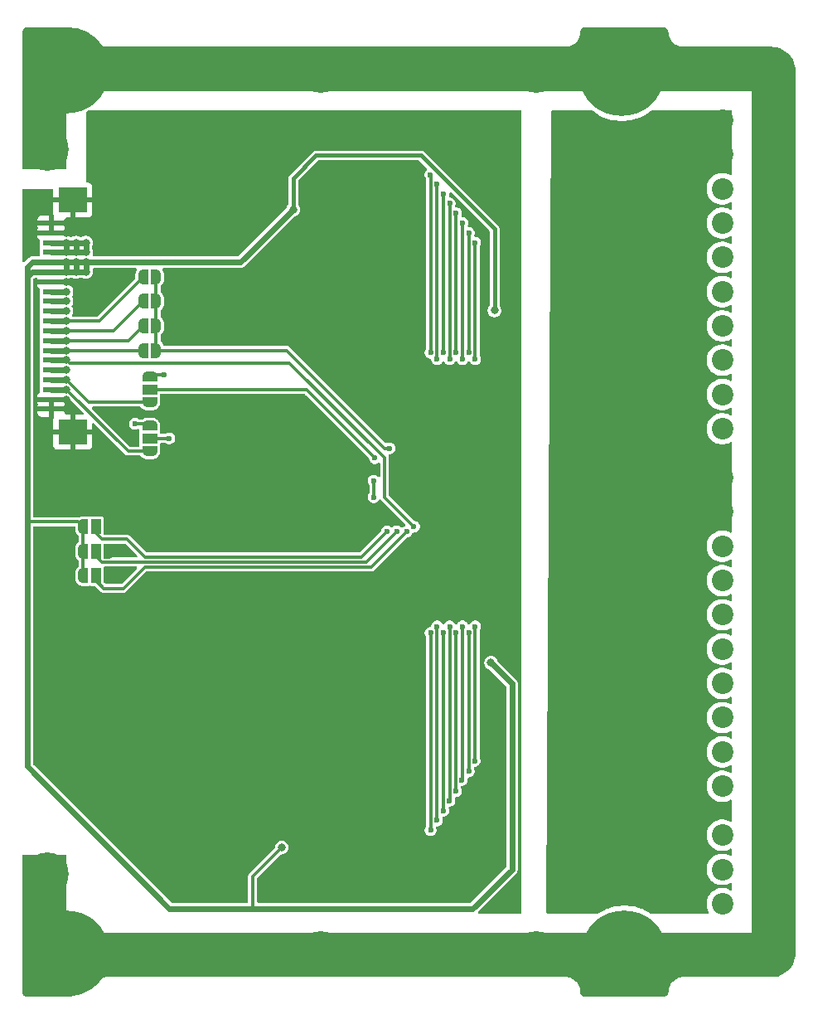
<source format=gbr>
%TF.GenerationSoftware,KiCad,Pcbnew,9.0.6*%
%TF.CreationDate,2025-12-01T21:17:04+03:00*%
%TF.ProjectId,PMCNV-DIx16,504d434e-562d-4444-9978-31362e6b6963,rev?*%
%TF.SameCoordinates,Original*%
%TF.FileFunction,Copper,L2,Bot*%
%TF.FilePolarity,Positive*%
%FSLAX46Y46*%
G04 Gerber Fmt 4.6, Leading zero omitted, Abs format (unit mm)*
G04 Created by KiCad (PCBNEW 9.0.6) date 2025-12-01 21:17:04*
%MOMM*%
%LPD*%
G01*
G04 APERTURE LIST*
G04 Aperture macros list*
%AMFreePoly0*
4,1,23,0.500000,-0.750000,0.000000,-0.750000,0.000000,-0.745722,-0.065263,-0.745722,-0.191342,-0.711940,-0.304381,-0.646677,-0.396677,-0.554381,-0.461940,-0.441342,-0.495722,-0.315263,-0.495722,-0.250000,-0.500000,-0.250000,-0.500000,0.250000,-0.495722,0.250000,-0.495722,0.315263,-0.461940,0.441342,-0.396677,0.554381,-0.304381,0.646677,-0.191342,0.711940,-0.065263,0.745722,0.000000,0.745722,
0.000000,0.750000,0.500000,0.750000,0.500000,-0.750000,0.500000,-0.750000,$1*%
%AMFreePoly1*
4,1,23,0.000000,0.745722,0.065263,0.745722,0.191342,0.711940,0.304381,0.646677,0.396677,0.554381,0.461940,0.441342,0.495722,0.315263,0.495722,0.250000,0.500000,0.250000,0.500000,-0.250000,0.495722,-0.250000,0.495722,-0.315263,0.461940,-0.441342,0.396677,-0.554381,0.304381,-0.646677,0.191342,-0.711940,0.065263,-0.745722,0.000000,-0.745722,0.000000,-0.750000,-0.500000,-0.750000,
-0.500000,0.750000,0.000000,0.750000,0.000000,0.745722,0.000000,0.745722,$1*%
%AMFreePoly2*
4,1,23,0.550000,-0.750000,0.000000,-0.750000,0.000000,-0.745722,-0.065263,-0.745722,-0.191342,-0.711940,-0.304381,-0.646677,-0.396677,-0.554381,-0.461940,-0.441342,-0.495722,-0.315263,-0.495722,-0.250000,-0.500000,-0.250000,-0.500000,0.250000,-0.495722,0.250000,-0.495722,0.315263,-0.461940,0.441342,-0.396677,0.554381,-0.304381,0.646677,-0.191342,0.711940,-0.065263,0.745722,0.000000,0.745722,
0.000000,0.750000,0.550000,0.750000,0.550000,-0.750000,0.550000,-0.750000,$1*%
%AMFreePoly3*
4,1,23,0.000000,0.745722,0.065263,0.745722,0.191342,0.711940,0.304381,0.646677,0.396677,0.554381,0.461940,0.441342,0.495722,0.315263,0.495722,0.250000,0.500000,0.250000,0.500000,-0.250000,0.495722,-0.250000,0.495722,-0.315263,0.461940,-0.441342,0.396677,-0.554381,0.304381,-0.646677,0.191342,-0.711940,0.065263,-0.745722,0.000000,-0.745722,0.000000,-0.750000,-0.550000,-0.750000,
-0.550000,0.750000,0.000000,0.750000,0.000000,0.745722,0.000000,0.745722,$1*%
G04 Aperture macros list end*
%TA.AperFunction,ComponentPad*%
%ADD10C,2.200000*%
%TD*%
%TA.AperFunction,ComponentPad*%
%ADD11C,0.700000*%
%TD*%
%TA.AperFunction,ComponentPad*%
%ADD12C,4.400000*%
%TD*%
%TA.AperFunction,ComponentPad*%
%ADD13C,0.900000*%
%TD*%
%TA.AperFunction,ComponentPad*%
%ADD14C,8.600000*%
%TD*%
%TA.AperFunction,SMDPad,CuDef*%
%ADD15R,1.800000X0.600000*%
%TD*%
%TA.AperFunction,SMDPad,CuDef*%
%ADD16R,3.000000X2.600000*%
%TD*%
%TA.AperFunction,SMDPad,CuDef*%
%ADD17FreePoly0,0.000000*%
%TD*%
%TA.AperFunction,SMDPad,CuDef*%
%ADD18FreePoly1,0.000000*%
%TD*%
%TA.AperFunction,SMDPad,CuDef*%
%ADD19FreePoly2,180.000000*%
%TD*%
%TA.AperFunction,SMDPad,CuDef*%
%ADD20R,1.000000X1.500000*%
%TD*%
%TA.AperFunction,SMDPad,CuDef*%
%ADD21FreePoly3,180.000000*%
%TD*%
%TA.AperFunction,SMDPad,CuDef*%
%ADD22FreePoly2,90.000000*%
%TD*%
%TA.AperFunction,SMDPad,CuDef*%
%ADD23R,1.500000X1.000000*%
%TD*%
%TA.AperFunction,SMDPad,CuDef*%
%ADD24FreePoly3,90.000000*%
%TD*%
%TA.AperFunction,ViaPad*%
%ADD25C,0.600000*%
%TD*%
%TA.AperFunction,ViaPad*%
%ADD26C,0.800000*%
%TD*%
%TA.AperFunction,Conductor*%
%ADD27C,0.600000*%
%TD*%
%TA.AperFunction,Conductor*%
%ADD28C,0.300000*%
%TD*%
%TA.AperFunction,Conductor*%
%ADD29C,0.400000*%
%TD*%
G04 APERTURE END LIST*
D10*
%TO.P,J6,1,Pin_1*%
%TO.N,PE*%
X32000000Y-40000000D03*
%TO.P,J6,2,Pin_2*%
%TO.N,GND_CNV*%
X32000000Y-36500000D03*
%TO.P,J6,3,Pin_3*%
%TO.N,L+_CNV*%
X32000000Y-33000000D03*
%TD*%
D11*
%TO.P,SP1,PE,PE*%
%TO.N,PE*%
X11350000Y45000000D03*
X11350000Y-45000000D03*
X11833274Y46166726D03*
X11833274Y43833274D03*
X11833274Y-43833274D03*
X11833274Y-46166726D03*
X13000000Y46650000D03*
D12*
X13000000Y45000000D03*
D11*
X13000000Y43350000D03*
X13000000Y-43350000D03*
D12*
X13000000Y-45000000D03*
D11*
X13000000Y-46650000D03*
X14166726Y46166726D03*
X14166726Y43833274D03*
X14166726Y-43833274D03*
X14166726Y-46166726D03*
X14650000Y45000000D03*
X14650000Y-45000000D03*
X35350000Y45000000D03*
X35350000Y-45000000D03*
X35833274Y46166726D03*
X35833274Y43833274D03*
X35833274Y-43833274D03*
X35833274Y-46166726D03*
X37000000Y46650000D03*
D12*
X37000000Y45000000D03*
D11*
X37000000Y43350000D03*
X37000000Y-43350000D03*
D12*
X37000000Y-45000000D03*
D11*
X37000000Y-46650000D03*
X38166726Y46166726D03*
X38166726Y43833274D03*
X38166726Y-43833274D03*
X38166726Y-46166726D03*
X38650000Y45000000D03*
X38650000Y-45000000D03*
%TD*%
%TO.P,U2,PE,PE*%
%TO.N,PE*%
X-38650000Y37000000D03*
X-38650000Y-37000000D03*
X-38166726Y38166726D03*
X-38166726Y35833274D03*
X-38166726Y-35833274D03*
X-38166726Y-38166726D03*
X-37000000Y38650000D03*
D12*
X-37000000Y37000000D03*
D11*
X-37000000Y35350000D03*
X-37000000Y-35350000D03*
D12*
X-37000000Y-37000000D03*
D11*
X-37000000Y-38650000D03*
X-35833274Y38166726D03*
X-35833274Y35833274D03*
X-35833274Y-35833274D03*
X-35833274Y-38166726D03*
X-35350000Y37000000D03*
X-35350000Y-37000000D03*
X-10650000Y45000000D03*
X-10650000Y-45000000D03*
X-10166726Y46166726D03*
X-10166726Y43833274D03*
X-10166726Y-43833274D03*
X-10166726Y-46166726D03*
X-9000000Y46650000D03*
D12*
X-9000000Y45000000D03*
D11*
X-9000000Y43350000D03*
X-9000000Y-43350000D03*
D12*
X-9000000Y-45000000D03*
D11*
X-9000000Y-46650000D03*
X-7833274Y46166726D03*
X-7833274Y43833274D03*
X-7833274Y-43833274D03*
X-7833274Y-46166726D03*
X-7350000Y45000000D03*
X-7350000Y-45000000D03*
%TD*%
D13*
%TO.P,H4,1,1*%
%TO.N,PE*%
X-38225000Y-45000000D03*
X-37280419Y-42719581D03*
X-37280419Y-47280419D03*
X-35000000Y-41775000D03*
D14*
X-35000000Y-45000000D03*
D13*
X-35000000Y-48225000D03*
X-32719581Y-42719581D03*
X-32719581Y-47280419D03*
X-31775000Y-45000000D03*
%TD*%
%TO.P,H3,1,1*%
%TO.N,PE*%
X18775000Y-45000000D03*
X19719581Y-42719581D03*
X19719581Y-47280419D03*
X22000000Y-41775000D03*
D14*
X22000000Y-45000000D03*
D13*
X22000000Y-48225000D03*
X24280419Y-42719581D03*
X24280419Y-47280419D03*
X25225000Y-45000000D03*
%TD*%
%TO.P,H2,1,1*%
%TO.N,PE*%
X18494581Y44719581D03*
X19439162Y47000000D03*
X19439162Y42439162D03*
X21719581Y47944581D03*
D14*
X21719581Y44719581D03*
D13*
X21719581Y41494581D03*
X24000000Y47000000D03*
X24000000Y42439162D03*
X24944581Y44719581D03*
%TD*%
%TO.P,H1,1,1*%
%TO.N,PE*%
X-38225000Y45000000D03*
X-37280419Y47280419D03*
X-37280419Y42719581D03*
X-35000000Y48225000D03*
D14*
X-35000000Y45000000D03*
D13*
X-35000000Y41775000D03*
X-32719581Y47280419D03*
X-32719581Y42719581D03*
X-31775000Y45000000D03*
%TD*%
D10*
%TO.P,J4,1,Pin_1*%
%TO.N,/b.7_in*%
X32000000Y-28000000D03*
%TO.P,J4,2,Pin_2*%
%TO.N,/b.6_in*%
X32000000Y-24500000D03*
%TO.P,J4,3,Pin_3*%
%TO.N,/b.5_in*%
X32000000Y-21000000D03*
%TO.P,J4,4,Pin_4*%
%TO.N,/b.4_in*%
X32000000Y-17500000D03*
%TO.P,J4,5,Pin_5*%
%TO.N,/b.3_in*%
X32000000Y-14000000D03*
%TO.P,J4,6,Pin_6*%
%TO.N,/b.2_in*%
X32000000Y-10500000D03*
%TO.P,J4,7,Pin_7*%
%TO.N,/b.1_in*%
X32000000Y-7000000D03*
%TO.P,J4,8,Pin_8*%
%TO.N,/b.0_in*%
X32000000Y-3500000D03*
%TO.P,J4,9,Pin_9*%
%TO.N,/COM_CNV*%
X32000000Y0D03*
%TO.P,J4,10,Pin_10*%
X32000000Y3500000D03*
%TD*%
%TO.P,J3,1,Pin_1*%
%TO.N,/a.7_in*%
X32000000Y8500000D03*
%TO.P,J3,2,Pin_2*%
%TO.N,/a.6_in*%
X32000000Y12000000D03*
%TO.P,J3,3,Pin_3*%
%TO.N,/a.5_in*%
X32000000Y15500000D03*
%TO.P,J3,4,Pin_4*%
%TO.N,/a.4_in*%
X32000000Y19000000D03*
%TO.P,J3,5,Pin_5*%
%TO.N,/a.3_in*%
X32000000Y22500000D03*
%TO.P,J3,6,Pin_6*%
%TO.N,/a.2_in*%
X32000000Y26000000D03*
%TO.P,J3,7,Pin_7*%
%TO.N,/a.1_in*%
X32000000Y29500000D03*
%TO.P,J3,8,Pin_8*%
%TO.N,/a.0_in*%
X32000000Y33000000D03*
%TO.P,J3,9,Pin_9*%
%TO.N,/COM_CNV*%
X32000000Y36500000D03*
%TO.P,J3,10,Pin_10*%
X32000000Y40000000D03*
%TD*%
D15*
%TO.P,JM2,1,Pin_1*%
%TO.N,GND_MCU*%
X-36546000Y29500000D03*
%TO.P,JM2,2,Pin_2*%
X-36546000Y28500000D03*
%TO.P,JM2,3,Pin_3*%
%TO.N,+5V_MCU*%
X-36546000Y27500000D03*
%TO.P,JM2,4,Pin_4*%
X-36546000Y26500000D03*
%TO.P,JM2,5,Pin_5*%
%TO.N,+3.3V_MCU*%
X-36546000Y25500000D03*
%TO.P,JM2,6,Pin_6*%
X-36546000Y24500000D03*
%TO.P,JM2,7,Pin_7*%
%TO.N,GND_MCU*%
X-36546000Y23500000D03*
%TO.P,JM2,8,Pin_8*%
%TO.N,/MOSI_MCU*%
X-36546000Y22500000D03*
%TO.P,JM2,9,Pin_9*%
%TO.N,/MISO_MCU*%
X-36546000Y21500000D03*
%TO.P,JM2,10,Pin_10*%
%TO.N,/SCK_MCU*%
X-36546000Y20500000D03*
%TO.P,JM2,11,Pin_11*%
%TO.N,/CS0_MCU*%
X-36546000Y19500000D03*
%TO.P,JM2,12,Pin_11*%
%TO.N,/CS1_MCU*%
X-36546000Y18500000D03*
%TO.P,JM2,13,Pin_11*%
%TO.N,/CS2_MCU*%
X-36546000Y17500000D03*
%TO.P,JM2,14,Pin_11*%
%TO.N,/CS3_MCU*%
X-36546000Y16500000D03*
%TO.P,JM2,15,Pin_11*%
%TO.N,/RST*%
X-36546000Y15500000D03*
%TO.P,JM2,16,Pin_11*%
%TO.N,Net-(JM1-Pin_5)*%
X-36546000Y14500000D03*
%TO.P,JM2,17,Pin_11*%
%TO.N,/SDA_MCU*%
X-36546000Y13500000D03*
%TO.P,JM2,18,Pin_11*%
%TO.N,/SCL_MCU*%
X-36546000Y12500000D03*
%TO.P,JM2,19,Pin_11*%
%TO.N,GND_MCU*%
X-36546000Y11500000D03*
%TO.P,JM2,20,Pin_11*%
X-36546000Y10500000D03*
D16*
%TO.P,JM2,MP1,Pin_11*%
X-34375000Y31850000D03*
%TO.P,JM2,MP2,Pin_11*%
X-34375000Y8150000D03*
%TD*%
D17*
%TO.P,JP2,1,A*%
%TO.N,/CS1_MCU*%
X-27150000Y21500000D03*
D18*
%TO.P,JP2,2,B*%
%TO.N,/CS_MCU*%
X-25850000Y21500000D03*
%TD*%
D17*
%TO.P,JP4,1,A*%
%TO.N,/CS3_MCU*%
X-27150000Y16500000D03*
D18*
%TO.P,JP4,2,B*%
%TO.N,/CS_MCU*%
X-25850000Y16500000D03*
%TD*%
D17*
%TO.P,JP3,1,A*%
%TO.N,/CS2_MCU*%
X-27150000Y19000000D03*
D18*
%TO.P,JP3,2,B*%
%TO.N,/CS_MCU*%
X-25850000Y19000000D03*
%TD*%
D17*
%TO.P,JP1,1,A*%
%TO.N,/CS0_MCU*%
X-27150000Y24000000D03*
D18*
%TO.P,JP1,2,B*%
%TO.N,/CS_MCU*%
X-25850000Y24000000D03*
%TD*%
D19*
%TO.P,JP6,1,A*%
%TO.N,GND_MCU*%
X-30700000Y-4000000D03*
D20*
%TO.P,JP6,2,C*%
%TO.N,/A1*%
X-32000000Y-4000000D03*
D21*
%TO.P,JP6,3,B*%
%TO.N,+3.3V_MCU*%
X-33300000Y-4000000D03*
%TD*%
D22*
%TO.P,JP8,1,A*%
%TO.N,/SDA_MCU*%
X-26500000Y11200000D03*
D23*
%TO.P,JP8,2,C*%
%TO.N,Net-(JP8-C)*%
X-26500000Y12500000D03*
D24*
%TO.P,JP8,3,B*%
%TO.N,/MOSI_MCU*%
X-26500000Y13800000D03*
%TD*%
D19*
%TO.P,JP5,1,A*%
%TO.N,GND_MCU*%
X-30700000Y-1500000D03*
D20*
%TO.P,JP5,2,C*%
%TO.N,/A0*%
X-32000000Y-1500000D03*
D21*
%TO.P,JP5,3,B*%
%TO.N,+3.3V_MCU*%
X-33300000Y-1500000D03*
%TD*%
D19*
%TO.P,JP7,1,A*%
%TO.N,GND_MCU*%
X-30700000Y-6500000D03*
D20*
%TO.P,JP7,2,C*%
%TO.N,/A2*%
X-32000000Y-6500000D03*
D21*
%TO.P,JP7,3,B*%
%TO.N,+3.3V_MCU*%
X-33300000Y-6500000D03*
%TD*%
D22*
%TO.P,JP9,1,A*%
%TO.N,/SCL_MCU*%
X-26500000Y6200000D03*
D23*
%TO.P,JP9,2,C*%
%TO.N,Net-(JP9-C)*%
X-26500000Y7500000D03*
D24*
%TO.P,JP9,3,B*%
%TO.N,/SCK_MCU*%
X-26500000Y8800000D03*
%TD*%
D25*
%TO.N,/COM_CNV*%
X24250000Y30750000D03*
X24250000Y23750000D03*
X24250000Y16750000D03*
X16000000Y-31000000D03*
X16000000Y-33000000D03*
X18000000Y-33000000D03*
X18000000Y-31000000D03*
X17000000Y-32000000D03*
X20250000Y-20250000D03*
X24250000Y-19250000D03*
X20250000Y-14000000D03*
X24250000Y-12250000D03*
X24250000Y-5250000D03*
X20250000Y-7000000D03*
X20000000Y16750000D03*
X20000000Y22000000D03*
X20000000Y29000000D03*
%TO.N,/CS_MCU*%
X-2000000Y6500000D03*
D26*
%TO.N,GND_MCU*%
X4000000Y-1000000D03*
D25*
X-31500000Y38500000D03*
D26*
X5000000Y0D03*
D25*
X-31500000Y40000000D03*
D26*
X-35000000Y23500000D03*
X-35000000Y6000000D03*
X-35000000Y10500000D03*
D25*
X-30000000Y40000000D03*
X10950000Y20700000D03*
X-29600000Y-4000000D03*
D26*
X-32000000Y33000000D03*
X6000000Y1000000D03*
X-3000000Y-23000000D03*
D25*
X-29600000Y-6400000D03*
X10786526Y-14922499D03*
D26*
X6000000Y-1000000D03*
X-3000000Y-22000000D03*
X-33000000Y6000000D03*
X-3000000Y-21000000D03*
X4000000Y1000000D03*
X-32000000Y31000000D03*
X-34000000Y6000000D03*
X-36000000Y6000000D03*
X-35000000Y11500000D03*
X-32000000Y32000000D03*
X-35000000Y29500000D03*
D25*
X-30000000Y38500000D03*
D26*
X-35000000Y28500000D03*
%TO.N,/SCK_MCU*%
X-35000000Y20500000D03*
D25*
X-28000000Y9000000D03*
D26*
%TO.N,/CS3_MCU*%
X-35000000Y16500000D03*
D25*
%TO.N,/a.1*%
X2850000Y33499996D03*
X2850000Y15600000D03*
%TO.N,/a.3*%
X4150000Y31500000D03*
X4150000Y15600000D03*
%TO.N,/a.6*%
X6100000Y28500000D03*
X6100000Y16250000D03*
%TO.N,/a.5*%
X5450000Y15600000D03*
X5450000Y29500000D03*
%TO.N,/a.2*%
X3500000Y16250000D03*
X3500000Y32500000D03*
%TO.N,/a.4*%
X4800000Y30500000D03*
X4800000Y16250000D03*
%TO.N,/a.7*%
X6750000Y15600000D03*
X6750000Y27500000D03*
%TO.N,/b.3*%
X4800000Y-28500000D03*
X4800000Y-12350000D03*
%TO.N,/b.6*%
X2850000Y-11700000D03*
X2850000Y-31500000D03*
%TO.N,/b.4*%
X4150000Y-11700000D03*
X4100000Y-29500000D03*
%TO.N,/b.2*%
X5400000Y-27375000D03*
X5450000Y-11700000D03*
%TO.N,/b.5*%
X3500000Y-12350000D03*
X3500000Y-30500000D03*
%TO.N,/b.7*%
X2200000Y-32500000D03*
X2200000Y-12350000D03*
%TO.N,/a.0*%
X2192525Y34442525D03*
X2200000Y16250000D03*
%TO.N,/b.1*%
X6100000Y-12350000D03*
X6100000Y-26500000D03*
%TO.N,/b.0*%
X6700000Y-25425000D03*
X6750000Y-11700000D03*
D26*
%TO.N,/MISO_MCU*%
X-35000000Y21500000D03*
D25*
X-3600000Y1500000D03*
X-3600000Y3200000D03*
D26*
%TO.N,/CS0_MCU*%
X-35000000Y19500000D03*
%TO.N,/CS1_MCU*%
X-35000000Y18500000D03*
%TO.N,/CS2_MCU*%
X-35000000Y17500000D03*
%TO.N,+3.3V_MCU*%
X-35000000Y25500000D03*
X-34000000Y24500000D03*
X8374000Y-15398800D03*
X-33000000Y24500000D03*
X8714355Y20572500D03*
X-34000000Y25500000D03*
X-13000000Y-34249996D03*
X-35000000Y24500000D03*
X-11851500Y30883000D03*
X-33000000Y25500000D03*
D25*
%TO.N,/MOSI_MCU*%
X-25000000Y14000000D03*
D26*
X-35000000Y22500000D03*
%TO.N,+5V_MCU*%
X-35000000Y26500000D03*
X-35000000Y27500000D03*
X-33000000Y27500000D03*
X-33000000Y26500000D03*
X-34000000Y26500000D03*
X-34000000Y27500000D03*
%TO.N,/SDA_MCU*%
X-35000000Y13500000D03*
%TO.N,/SCL_MCU*%
X-35000000Y12500000D03*
D25*
%TO.N,Net-(JP8-C)*%
X-3500000Y5500000D03*
%TO.N,Net-(JP9-C)*%
X-24500000Y7500000D03*
%TO.N,/A0*%
X-2250000Y-2000000D03*
%TO.N,/A1*%
X-1250000Y-2000000D03*
%TO.N,/A2*%
X-250000Y-2016377D03*
D26*
%TO.N,/RST*%
X-35000000Y15500000D03*
D25*
X500000Y-1500000D03*
D26*
%TO.N,Net-(JM1-Pin_5)*%
X-35000000Y14500000D03*
%TD*%
D27*
%TO.N,+3.3V_MCU*%
X6500000Y-40500000D02*
X-16000000Y-40500000D01*
D28*
X-16000000Y-37249996D02*
X-16000000Y-40500000D01*
D27*
X8374000Y-15398800D02*
X10500000Y-17524800D01*
X10500000Y-17524800D02*
X10500000Y-36500000D01*
X10500000Y-36500000D02*
X6500000Y-40500000D01*
X-16000000Y-40500000D02*
X-24500000Y-40500000D01*
X-24500000Y-40500000D02*
X-39000000Y-26000000D01*
X-39000000Y-26000000D02*
X-39000000Y-1000000D01*
X-33000000Y25500000D02*
X-17234500Y25500000D01*
X-17234500Y25500000D02*
X-11851500Y30883000D01*
D28*
%TO.N,/CS_MCU*%
X-2500000Y6500000D02*
X-12500000Y16500000D01*
X-25850000Y24000000D02*
X-25850000Y16500000D01*
X-12500000Y16500000D02*
X-25850000Y16500000D01*
X-2000000Y6500000D02*
X-2500000Y6500000D01*
%TO.N,/SCK_MCU*%
X-28000000Y9000000D02*
X-26700000Y9000000D01*
X-26700000Y9000000D02*
X-26500000Y8800000D01*
D27*
X-35000000Y20500000D02*
X-36546000Y20500000D01*
%TO.N,/CS3_MCU*%
X-35000000Y16500000D02*
X-36546000Y16500000D01*
D28*
X-27150000Y16500000D02*
X-35000000Y16500000D01*
%TO.N,/a.1*%
X2850000Y15600000D02*
X2850000Y33499996D01*
%TO.N,/a.3*%
X4150000Y15600000D02*
X4150000Y31500000D01*
%TO.N,/a.6*%
X6100000Y16250000D02*
X6100000Y28500000D01*
%TO.N,/a.5*%
X5450000Y15600000D02*
X5450000Y29500000D01*
%TO.N,/a.2*%
X3500000Y16250000D02*
X3500000Y32500000D01*
%TO.N,/a.4*%
X4800000Y16250000D02*
X4800000Y30500000D01*
%TO.N,/a.7*%
X6750000Y15600000D02*
X6750000Y27500000D01*
%TO.N,/b.3*%
X4800000Y-12350000D02*
X4800000Y-28500000D01*
%TO.N,/b.6*%
X2850000Y-11700000D02*
X2850000Y-31500000D01*
%TO.N,/b.4*%
X4100000Y-29500000D02*
X4150000Y-29450000D01*
X4150000Y-29450000D02*
X4150000Y-11700000D01*
%TO.N,/b.2*%
X5450000Y-27325000D02*
X5400000Y-27375000D01*
X5450000Y-11700000D02*
X5450000Y-27325000D01*
%TO.N,/b.5*%
X3500000Y-12350000D02*
X3500000Y-30500000D01*
%TO.N,/b.7*%
X2200000Y-12350000D02*
X2200000Y-32500000D01*
%TO.N,/a.0*%
X2200000Y34435050D02*
X2192525Y34442525D01*
X2200000Y16250000D02*
X2200000Y34435050D01*
%TO.N,/b.1*%
X6100000Y-12350000D02*
X6100000Y-26500000D01*
%TO.N,/b.0*%
X6750000Y-11700000D02*
X6750000Y-25375000D01*
X6750000Y-25375000D02*
X6700000Y-25425000D01*
%TO.N,/MISO_MCU*%
X-3600000Y1500000D02*
X-3600000Y3200000D01*
D27*
X-35000000Y21500000D02*
X-36546000Y21500000D01*
%TO.N,/CS0_MCU*%
X-35000000Y19500000D02*
X-36546000Y19500000D01*
D28*
X-27150000Y24000000D02*
X-31650000Y19500000D01*
X-31650000Y19500000D02*
X-35000000Y19500000D01*
D27*
%TO.N,/CS1_MCU*%
X-35000000Y18500000D02*
X-36546000Y18500000D01*
D28*
X-30150000Y18500000D02*
X-35000000Y18500000D01*
X-27150000Y21500000D02*
X-30150000Y18500000D01*
D27*
%TO.N,/CS2_MCU*%
X-35000000Y17500000D02*
X-36546000Y17500000D01*
D28*
X-27150000Y19000000D02*
X-28650000Y17500000D01*
X-28650000Y17500000D02*
X-35000000Y17500000D01*
D29*
%TO.N,+3.3V_MCU*%
X8714355Y20572500D02*
X8730000Y20588145D01*
D27*
X-35000000Y25500000D02*
X-35000000Y24500000D01*
X-36546000Y24500000D02*
X-38500000Y24500000D01*
D28*
X-33300000Y-1500000D02*
X-33800000Y-1000000D01*
X-13000000Y-34249996D02*
X-16000000Y-37249996D01*
D29*
X-11851500Y34048500D02*
X-11851500Y30883000D01*
D27*
X-33000000Y24500000D02*
X-36546000Y24500000D01*
X-33000000Y25500000D02*
X-33000000Y24500000D01*
X-34000000Y25500000D02*
X-34000000Y24500000D01*
D29*
X1225000Y36400000D02*
X-9500000Y36400000D01*
D27*
X-36546000Y25500000D02*
X-38500000Y25500000D01*
X-39000000Y25000000D02*
X-39000000Y24000000D01*
X-33000000Y25500000D02*
X-36546000Y25500000D01*
X-39000000Y15000000D02*
X-39000000Y-1000000D01*
D29*
X-9500000Y36400000D02*
X-11851500Y34048500D01*
D28*
X-33800000Y-1000000D02*
X-39000000Y-1000000D01*
D27*
X-38500000Y24500000D02*
X-39000000Y24000000D01*
X-39000000Y24000000D02*
X-39000000Y15000000D01*
D28*
X-33300000Y-1500000D02*
X-33300000Y-6500000D01*
D29*
X8730000Y20588145D02*
X8730000Y28895000D01*
D27*
X-38500000Y25500000D02*
X-39000000Y25000000D01*
D29*
X8730000Y28895000D02*
X1225000Y36400000D01*
D28*
%TO.N,/MOSI_MCU*%
X-25000000Y14000000D02*
X-26300000Y14000000D01*
D27*
X-35000000Y22500000D02*
X-36546000Y22500000D01*
D28*
X-26300000Y14000000D02*
X-26500000Y13800000D01*
D27*
%TO.N,+5V_MCU*%
X-33000000Y27500000D02*
X-36546000Y27500000D01*
X-35000000Y27500000D02*
X-35000000Y26500000D01*
X-33000000Y26500000D02*
X-36546000Y26500000D01*
X-33000000Y27500000D02*
X-33000000Y26500000D01*
X-34000000Y27500000D02*
X-34000000Y26500000D01*
D28*
%TO.N,/SDA_MCU*%
X-26500000Y11200000D02*
X-32700000Y11200000D01*
D27*
X-35000000Y13500000D02*
X-36546000Y13500000D01*
D28*
X-32700000Y11200000D02*
X-35000000Y13500000D01*
D27*
%TO.N,/SCL_MCU*%
X-35000000Y12500000D02*
X-36546000Y12500000D01*
D28*
X-28700000Y6200000D02*
X-35000000Y12500000D01*
X-26500000Y6200000D02*
X-28700000Y6200000D01*
%TO.N,Net-(JP8-C)*%
X-10500000Y12500000D02*
X-26500000Y12500000D01*
X-3500000Y5500000D02*
X-10500000Y12500000D01*
X-3500000Y5577026D02*
X-3500000Y5500000D01*
%TO.N,Net-(JP9-C)*%
X-24500000Y7500000D02*
X-26500000Y7500000D01*
%TO.N,/A0*%
X-4855000Y-4605000D02*
X-2250000Y-2000000D01*
X-32000000Y-1500000D02*
X-32000000Y-2200000D01*
X-32000000Y-2200000D02*
X-31400000Y-2800000D01*
X-31400000Y-2800000D02*
X-28800000Y-2800000D01*
X-26995000Y-4605000D02*
X-4855000Y-4605000D01*
X-28800000Y-2800000D02*
X-26995000Y-4605000D01*
%TO.N,/A1*%
X-31397462Y-5106000D02*
X-4356000Y-5106000D01*
X-32000000Y-4503462D02*
X-31397462Y-5106000D01*
X-32000000Y-4000000D02*
X-32000000Y-4503462D01*
X-4356000Y-5106000D02*
X-1250000Y-2000000D01*
%TO.N,/A2*%
X-32000000Y-6500000D02*
X-32000000Y-7003462D01*
X-3840623Y-5607000D02*
X-250000Y-2016377D01*
X-27007000Y-5607000D02*
X-3840623Y-5607000D01*
X-31203462Y-7800000D02*
X-29200000Y-7800000D01*
X-32000000Y-7003462D02*
X-31203462Y-7800000D01*
X-29200000Y-7800000D02*
X-27007000Y-5607000D01*
%TO.N,/RST*%
X-2500000Y1500000D02*
X-2500000Y5500000D01*
X-34701000Y15201000D02*
X-35000000Y15500000D01*
X500000Y-1500000D02*
X-2500000Y1500000D01*
X-2500000Y5500000D02*
X-12201000Y15201000D01*
D27*
X-36546000Y15500000D02*
X-35000000Y15500000D01*
D28*
X-12201000Y15201000D02*
X-34701000Y15201000D01*
D27*
%TO.N,Net-(JM1-Pin_5)*%
X-35000000Y14500000D02*
X-36546000Y14500000D01*
%TD*%
%TA.AperFunction,Conductor*%
%TO.N,GND_MCU*%
G36*
X11443039Y40980315D02*
G01*
X11488794Y40927511D01*
X11500000Y40876000D01*
X11500000Y-40876000D01*
X11480315Y-40943039D01*
X11427511Y-40988794D01*
X11376000Y-41000000D01*
X7148596Y-41000000D01*
X7081557Y-40980315D01*
X7035802Y-40927511D01*
X7025858Y-40858353D01*
X7054883Y-40794797D01*
X7060915Y-40788319D01*
X8806711Y-39042523D01*
X10868713Y-36980521D01*
X10868716Y-36980520D01*
X10980520Y-36868716D01*
X11030639Y-36781904D01*
X11059577Y-36731785D01*
X11100500Y-36579058D01*
X11100500Y-36420943D01*
X11100500Y-17613859D01*
X11100501Y-17613846D01*
X11100501Y-17445745D01*
X11100501Y-17445743D01*
X11059577Y-17293015D01*
X11030639Y-17242895D01*
X10980520Y-17156084D01*
X10868716Y-17044280D01*
X10868715Y-17044279D01*
X10864385Y-17039949D01*
X10864374Y-17039939D01*
X9081297Y-15256862D01*
X9050263Y-15200027D01*
X9049349Y-15200305D01*
X9048017Y-15195914D01*
X9047812Y-15195539D01*
X9047612Y-15194579D01*
X9047581Y-15194477D01*
X9047580Y-15194472D01*
X9026458Y-15143478D01*
X8994778Y-15066995D01*
X8994771Y-15066982D01*
X8918114Y-14952258D01*
X8918111Y-14952254D01*
X8820545Y-14854688D01*
X8820541Y-14854685D01*
X8705817Y-14778028D01*
X8705804Y-14778021D01*
X8578332Y-14725221D01*
X8578322Y-14725218D01*
X8442995Y-14698300D01*
X8442993Y-14698300D01*
X8305007Y-14698300D01*
X8305005Y-14698300D01*
X8169677Y-14725218D01*
X8169667Y-14725221D01*
X8042195Y-14778021D01*
X8042182Y-14778028D01*
X7927458Y-14854685D01*
X7927454Y-14854688D01*
X7829888Y-14952254D01*
X7829885Y-14952258D01*
X7753228Y-15066982D01*
X7753221Y-15066995D01*
X7700421Y-15194467D01*
X7700418Y-15194477D01*
X7673500Y-15329804D01*
X7673500Y-15329807D01*
X7673500Y-15467793D01*
X7673500Y-15467795D01*
X7673499Y-15467795D01*
X7700418Y-15603122D01*
X7700421Y-15603132D01*
X7753221Y-15730604D01*
X7753228Y-15730617D01*
X7829885Y-15845341D01*
X7829888Y-15845345D01*
X7927454Y-15942911D01*
X7927458Y-15942914D01*
X8042182Y-16019571D01*
X8042195Y-16019578D01*
X8118678Y-16051258D01*
X8169672Y-16072380D01*
X8169679Y-16072381D01*
X8175505Y-16074149D01*
X8175075Y-16075565D01*
X8230474Y-16104537D01*
X8232062Y-16106097D01*
X9863181Y-17737216D01*
X9896666Y-17798539D01*
X9899500Y-17824897D01*
X9899500Y-36199903D01*
X9879815Y-36266942D01*
X9863181Y-36287584D01*
X6287584Y-39863181D01*
X6226261Y-39896666D01*
X6199903Y-39899500D01*
X-15425500Y-39899500D01*
X-15492539Y-39879815D01*
X-15538294Y-39827011D01*
X-15549500Y-39775500D01*
X-15549500Y-37487961D01*
X-15529815Y-37420922D01*
X-15513181Y-37400280D01*
X-13099715Y-34986815D01*
X-13038392Y-34953330D01*
X-13012034Y-34950496D01*
X-12931005Y-34950496D01*
X-12839959Y-34932385D01*
X-12795672Y-34923576D01*
X-12668189Y-34870771D01*
X-12553458Y-34794110D01*
X-12455886Y-34696538D01*
X-12379225Y-34581807D01*
X-12326420Y-34454324D01*
X-12299500Y-34318989D01*
X-12299500Y-34181003D01*
X-12299500Y-34181000D01*
X-12326419Y-34045673D01*
X-12326420Y-34045672D01*
X-12326420Y-34045668D01*
X-12326422Y-34045663D01*
X-12379222Y-33918191D01*
X-12379229Y-33918178D01*
X-12455886Y-33803454D01*
X-12455889Y-33803450D01*
X-12553455Y-33705884D01*
X-12553459Y-33705881D01*
X-12668183Y-33629224D01*
X-12668196Y-33629217D01*
X-12795668Y-33576417D01*
X-12795678Y-33576414D01*
X-12931005Y-33549496D01*
X-12931007Y-33549496D01*
X-13068993Y-33549496D01*
X-13068995Y-33549496D01*
X-13204323Y-33576414D01*
X-13204333Y-33576417D01*
X-13331805Y-33629217D01*
X-13331818Y-33629224D01*
X-13446542Y-33705881D01*
X-13446546Y-33705884D01*
X-13544112Y-33803450D01*
X-13544115Y-33803454D01*
X-13620772Y-33918178D01*
X-13620779Y-33918191D01*
X-13673579Y-34045663D01*
X-13673582Y-34045673D01*
X-13700500Y-34181000D01*
X-13700500Y-34262030D01*
X-13720185Y-34329069D01*
X-13736819Y-34349711D01*
X-16360487Y-36973379D01*
X-16360491Y-36973385D01*
X-16419799Y-37076108D01*
X-16419800Y-37076113D01*
X-16450500Y-37190687D01*
X-16450500Y-39775500D01*
X-16470185Y-39842539D01*
X-16522989Y-39888294D01*
X-16574500Y-39899500D01*
X-24199902Y-39899500D01*
X-24266941Y-39879815D01*
X-24287583Y-39863181D01*
X-38363181Y-25787583D01*
X-38396666Y-25726260D01*
X-38399500Y-25699902D01*
X-38399500Y-12270943D01*
X1599500Y-12270943D01*
X1599500Y-12429056D01*
X1640423Y-12581783D01*
X1640426Y-12581790D01*
X1719473Y-12718706D01*
X1719477Y-12718712D01*
X1719480Y-12718716D01*
X1719482Y-12718718D01*
X1723872Y-12724438D01*
X1749069Y-12789606D01*
X1749500Y-12799930D01*
X1749500Y-32050069D01*
X1729815Y-32117108D01*
X1723875Y-32125557D01*
X1719475Y-32131290D01*
X1640426Y-32268209D01*
X1640423Y-32268216D01*
X1599500Y-32420943D01*
X1599500Y-32579056D01*
X1640423Y-32731783D01*
X1640426Y-32731790D01*
X1719475Y-32868709D01*
X1719479Y-32868714D01*
X1719480Y-32868716D01*
X1831284Y-32980520D01*
X1831286Y-32980521D01*
X1831290Y-32980524D01*
X1909814Y-33025859D01*
X1968216Y-33059577D01*
X2120943Y-33100500D01*
X2120945Y-33100500D01*
X2279055Y-33100500D01*
X2279057Y-33100500D01*
X2431784Y-33059577D01*
X2568716Y-32980520D01*
X2680520Y-32868716D01*
X2759577Y-32731784D01*
X2800500Y-32579057D01*
X2800500Y-32420943D01*
X2759577Y-32268216D01*
X2759576Y-32268214D01*
X2757473Y-32260365D01*
X2759809Y-32259739D01*
X2753658Y-32202472D01*
X2784939Y-32139996D01*
X2845031Y-32104349D01*
X2875686Y-32100500D01*
X2929055Y-32100500D01*
X2929057Y-32100500D01*
X3081784Y-32059577D01*
X3218716Y-31980520D01*
X3330520Y-31868716D01*
X3409577Y-31731784D01*
X3450500Y-31579057D01*
X3450500Y-31420943D01*
X3409577Y-31268216D01*
X3409576Y-31268214D01*
X3407473Y-31260365D01*
X3409809Y-31259739D01*
X3403658Y-31202472D01*
X3434939Y-31139996D01*
X3495031Y-31104349D01*
X3525686Y-31100500D01*
X3579055Y-31100500D01*
X3579057Y-31100500D01*
X3731784Y-31059577D01*
X3868716Y-30980520D01*
X3980520Y-30868716D01*
X4059577Y-30731784D01*
X4100500Y-30579057D01*
X4100500Y-30420943D01*
X4059577Y-30268216D01*
X4059576Y-30268214D01*
X4057473Y-30260365D01*
X4059809Y-30259739D01*
X4053658Y-30202472D01*
X4084939Y-30139996D01*
X4145031Y-30104349D01*
X4175686Y-30100500D01*
X4179055Y-30100500D01*
X4179057Y-30100500D01*
X4331784Y-30059577D01*
X4468716Y-29980520D01*
X4580520Y-29868716D01*
X4659577Y-29731784D01*
X4700500Y-29579057D01*
X4700500Y-29420943D01*
X4659577Y-29268216D01*
X4659576Y-29268214D01*
X4657473Y-29260365D01*
X4659809Y-29259739D01*
X4653658Y-29202472D01*
X4684939Y-29139996D01*
X4745031Y-29104349D01*
X4775686Y-29100500D01*
X4879055Y-29100500D01*
X4879057Y-29100500D01*
X5031784Y-29059577D01*
X5168716Y-28980520D01*
X5280520Y-28868716D01*
X5359577Y-28731784D01*
X5400500Y-28579057D01*
X5400500Y-28420943D01*
X5359577Y-28268216D01*
X5297964Y-28161499D01*
X5281492Y-28093599D01*
X5304345Y-28027573D01*
X5359266Y-27984382D01*
X5405352Y-27975500D01*
X5479055Y-27975500D01*
X5479057Y-27975500D01*
X5631784Y-27934577D01*
X5768716Y-27855520D01*
X5880520Y-27743716D01*
X5959577Y-27606784D01*
X6000500Y-27454057D01*
X6000500Y-27295943D01*
X5989956Y-27256592D01*
X5991619Y-27186743D01*
X6030782Y-27128881D01*
X6095010Y-27101377D01*
X6109731Y-27100500D01*
X6179055Y-27100500D01*
X6179057Y-27100500D01*
X6331784Y-27059577D01*
X6468716Y-26980520D01*
X6580520Y-26868716D01*
X6659577Y-26731784D01*
X6700500Y-26579057D01*
X6700500Y-26420943D01*
X6659577Y-26268216D01*
X6626831Y-26211499D01*
X6610359Y-26143600D01*
X6633212Y-26077573D01*
X6688133Y-26034382D01*
X6734219Y-26025500D01*
X6779055Y-26025500D01*
X6779057Y-26025500D01*
X6931784Y-25984577D01*
X7068716Y-25905520D01*
X7180520Y-25793716D01*
X7259577Y-25656784D01*
X7300500Y-25504057D01*
X7300500Y-25345943D01*
X7259577Y-25193216D01*
X7217112Y-25119663D01*
X7200500Y-25057664D01*
X7200500Y-12149930D01*
X7220185Y-12082891D01*
X7226128Y-12074438D01*
X7230512Y-12068723D01*
X7230520Y-12068716D01*
X7309577Y-11931784D01*
X7350500Y-11779057D01*
X7350500Y-11620943D01*
X7309577Y-11468216D01*
X7292612Y-11438832D01*
X7230524Y-11331290D01*
X7230518Y-11331282D01*
X7118717Y-11219481D01*
X7118709Y-11219475D01*
X6981790Y-11140426D01*
X6981786Y-11140424D01*
X6981784Y-11140423D01*
X6829057Y-11099500D01*
X6670943Y-11099500D01*
X6518216Y-11140423D01*
X6518209Y-11140426D01*
X6381290Y-11219475D01*
X6381282Y-11219481D01*
X6269481Y-11331282D01*
X6269477Y-11331287D01*
X6207387Y-11438832D01*
X6156820Y-11487047D01*
X6088213Y-11500271D01*
X6023348Y-11474303D01*
X5992613Y-11438832D01*
X5930522Y-11331287D01*
X5930518Y-11331282D01*
X5818717Y-11219481D01*
X5818709Y-11219475D01*
X5681790Y-11140426D01*
X5681786Y-11140424D01*
X5681784Y-11140423D01*
X5529057Y-11099500D01*
X5370943Y-11099500D01*
X5218216Y-11140423D01*
X5218209Y-11140426D01*
X5081290Y-11219475D01*
X5081282Y-11219481D01*
X4969481Y-11331282D01*
X4969477Y-11331287D01*
X4907387Y-11438832D01*
X4856820Y-11487047D01*
X4788213Y-11500271D01*
X4723348Y-11474303D01*
X4692613Y-11438832D01*
X4630522Y-11331287D01*
X4630518Y-11331282D01*
X4518717Y-11219481D01*
X4518709Y-11219475D01*
X4381790Y-11140426D01*
X4381786Y-11140424D01*
X4381784Y-11140423D01*
X4229057Y-11099500D01*
X4070943Y-11099500D01*
X3918216Y-11140423D01*
X3918209Y-11140426D01*
X3781290Y-11219475D01*
X3781282Y-11219481D01*
X3669481Y-11331282D01*
X3669477Y-11331287D01*
X3607387Y-11438832D01*
X3556820Y-11487047D01*
X3488213Y-11500271D01*
X3423348Y-11474303D01*
X3392613Y-11438832D01*
X3330522Y-11331287D01*
X3330518Y-11331282D01*
X3218717Y-11219481D01*
X3218709Y-11219475D01*
X3081790Y-11140426D01*
X3081786Y-11140424D01*
X3081784Y-11140423D01*
X2929057Y-11099500D01*
X2770943Y-11099500D01*
X2618216Y-11140423D01*
X2618209Y-11140426D01*
X2481290Y-11219475D01*
X2481282Y-11219481D01*
X2369481Y-11331282D01*
X2369475Y-11331290D01*
X2290426Y-11468209D01*
X2290423Y-11468216D01*
X2249500Y-11620943D01*
X2249500Y-11625500D01*
X2229815Y-11692539D01*
X2177011Y-11738294D01*
X2125500Y-11749500D01*
X2120943Y-11749500D01*
X1968216Y-11790423D01*
X1968209Y-11790426D01*
X1831290Y-11869475D01*
X1831282Y-11869481D01*
X1719481Y-11981282D01*
X1719475Y-11981290D01*
X1640426Y-12118209D01*
X1640423Y-12118216D01*
X1599500Y-12270943D01*
X-38399500Y-12270943D01*
X-38399500Y-1574500D01*
X-38379815Y-1507461D01*
X-38327011Y-1461706D01*
X-38275500Y-1450500D01*
X-34229500Y-1450500D01*
X-34162461Y-1470185D01*
X-34116706Y-1522989D01*
X-34105500Y-1574500D01*
X-34105500Y-1815833D01*
X-34095091Y-1894893D01*
X-34061014Y-2022067D01*
X-34030501Y-2095734D01*
X-34030493Y-2095750D01*
X-33964675Y-2209749D01*
X-33964663Y-2209767D01*
X-33916120Y-2273028D01*
X-33916112Y-2273037D01*
X-33823032Y-2366117D01*
X-33823028Y-2366120D01*
X-33799013Y-2384547D01*
X-33757811Y-2440974D01*
X-33750500Y-2482922D01*
X-33750500Y-3017077D01*
X-33770185Y-3084116D01*
X-33799012Y-3115451D01*
X-33823026Y-3133878D01*
X-33823037Y-3133888D01*
X-33916120Y-3226971D01*
X-33964663Y-3290232D01*
X-33964675Y-3290250D01*
X-34030493Y-3404249D01*
X-34030501Y-3404265D01*
X-34061014Y-3477932D01*
X-34095091Y-3605106D01*
X-34105500Y-3684166D01*
X-34105500Y-4315833D01*
X-34095091Y-4394893D01*
X-34061014Y-4522067D01*
X-34030501Y-4595734D01*
X-34030493Y-4595750D01*
X-33964675Y-4709749D01*
X-33964663Y-4709767D01*
X-33916120Y-4773028D01*
X-33916112Y-4773037D01*
X-33823032Y-4866117D01*
X-33823028Y-4866120D01*
X-33799013Y-4884547D01*
X-33757811Y-4940974D01*
X-33750500Y-4982922D01*
X-33750500Y-5517077D01*
X-33770185Y-5584116D01*
X-33799012Y-5615451D01*
X-33823026Y-5633878D01*
X-33823037Y-5633888D01*
X-33916120Y-5726971D01*
X-33964663Y-5790232D01*
X-33964675Y-5790250D01*
X-34030493Y-5904249D01*
X-34030501Y-5904265D01*
X-34061014Y-5977932D01*
X-34095091Y-6105106D01*
X-34105500Y-6184166D01*
X-34105500Y-6815833D01*
X-34095091Y-6894893D01*
X-34061014Y-7022067D01*
X-34030501Y-7095734D01*
X-34030493Y-7095750D01*
X-33964675Y-7209749D01*
X-33964663Y-7209767D01*
X-33916120Y-7273028D01*
X-33916112Y-7273037D01*
X-33823037Y-7366112D01*
X-33823029Y-7366119D01*
X-33759768Y-7414662D01*
X-33759764Y-7414664D01*
X-33759757Y-7414670D01*
X-33759750Y-7414674D01*
X-33645751Y-7480492D01*
X-33645735Y-7480500D01*
X-33596624Y-7500842D01*
X-33572064Y-7511015D01*
X-33444897Y-7545090D01*
X-33365826Y-7555500D01*
X-33365819Y-7555500D01*
X-32750002Y-7555500D01*
X-32750000Y-7555500D01*
X-32721812Y-7554197D01*
X-32663444Y-7537589D01*
X-32593578Y-7538175D01*
X-32579422Y-7543421D01*
X-32569991Y-7547585D01*
X-32544865Y-7550500D01*
X-32141428Y-7550499D01*
X-32074389Y-7570183D01*
X-32053748Y-7586817D01*
X-31480076Y-8160490D01*
X-31377349Y-8219799D01*
X-31353141Y-8226284D01*
X-31353138Y-8226286D01*
X-31353137Y-8226286D01*
X-31323015Y-8234357D01*
X-31262771Y-8250500D01*
X-31262769Y-8250500D01*
X-29140692Y-8250500D01*
X-29140691Y-8250500D01*
X-29050327Y-8226286D01*
X-29026113Y-8219799D01*
X-28923386Y-8160489D01*
X-26856716Y-6093819D01*
X-26795393Y-6060334D01*
X-26769035Y-6057500D01*
X-3781315Y-6057500D01*
X-3781314Y-6057500D01*
X-3690950Y-6033286D01*
X-3666736Y-6026799D01*
X-3564009Y-5967489D01*
X-249595Y-2653075D01*
X-188274Y-2619592D01*
X-178099Y-2617819D01*
X-170946Y-2616877D01*
X-170943Y-2616877D01*
X-18216Y-2575954D01*
X118716Y-2496897D01*
X230520Y-2385093D01*
X309577Y-2248161D01*
X324516Y-2192404D01*
X360881Y-2132746D01*
X423728Y-2102217D01*
X444291Y-2100500D01*
X579055Y-2100500D01*
X579057Y-2100500D01*
X731784Y-2059577D01*
X868716Y-1980520D01*
X980520Y-1868716D01*
X1059577Y-1731784D01*
X1100500Y-1579057D01*
X1100500Y-1420943D01*
X1059577Y-1268216D01*
X1043992Y-1241221D01*
X980524Y-1131290D01*
X980518Y-1131282D01*
X868717Y-1019481D01*
X868709Y-1019475D01*
X731790Y-940426D01*
X731786Y-940424D01*
X731784Y-940423D01*
X579057Y-899500D01*
X579050Y-899498D01*
X571893Y-898556D01*
X507997Y-870287D01*
X500403Y-863299D01*
X-2013181Y1650285D01*
X-2046666Y1711608D01*
X-2049500Y1737966D01*
X-2049500Y5559307D01*
X-2049500Y5559309D01*
X-2080201Y5673886D01*
X-2080201Y5673887D01*
X-2104748Y5716404D01*
X-2106274Y5719413D01*
X-2112068Y5750583D01*
X-2119544Y5781400D01*
X-2118407Y5784687D01*
X-2119042Y5788106D01*
X-2107060Y5817471D01*
X-2096691Y5847427D01*
X-2093959Y5849576D01*
X-2092644Y5852797D01*
X-2066690Y5871021D01*
X-2041770Y5890618D01*
X-2037648Y5891413D01*
X-2035462Y5892947D01*
X-2028126Y5893248D01*
X-1995684Y5899500D01*
X-1920945Y5899500D01*
X-1920943Y5899500D01*
X-1768216Y5940423D01*
X-1631284Y6019480D01*
X-1519480Y6131284D01*
X-1440423Y6268216D01*
X-1399500Y6420943D01*
X-1399500Y6579057D01*
X-1440423Y6731784D01*
X-1481052Y6802156D01*
X-1519476Y6868710D01*
X-1519482Y6868718D01*
X-1631283Y6980519D01*
X-1631291Y6980525D01*
X-1768210Y7059574D01*
X-1768214Y7059576D01*
X-1768216Y7059577D01*
X-1920943Y7100500D01*
X-2079057Y7100500D01*
X-2231784Y7059577D01*
X-2270278Y7037353D01*
X-2338179Y7020883D01*
X-2404205Y7043736D01*
X-2419957Y7057061D01*
X-12223384Y16860487D01*
X-12223386Y16860489D01*
X-12274750Y16890144D01*
X-12326112Y16919799D01*
X-12338220Y16923043D01*
X-12350327Y16926287D01*
X-12350330Y16926288D01*
X-12388522Y16936522D01*
X-12440691Y16950500D01*
X-12440692Y16950500D01*
X-24976488Y16950500D01*
X-25043527Y16970185D01*
X-25089282Y17022989D01*
X-25091049Y17027047D01*
X-25113066Y17080201D01*
X-25119504Y17095743D01*
X-25119506Y17095746D01*
X-25119508Y17095751D01*
X-25185326Y17209750D01*
X-25185330Y17209757D01*
X-25233880Y17273028D01*
X-25233881Y17273029D01*
X-25233888Y17273037D01*
X-25326963Y17366112D01*
X-25326969Y17366117D01*
X-25326972Y17366120D01*
X-25334194Y17371662D01*
X-25350988Y17384549D01*
X-25392190Y17440977D01*
X-25399500Y17482923D01*
X-25399500Y18017078D01*
X-25379815Y18084117D01*
X-25350989Y18115452D01*
X-25326972Y18133880D01*
X-25326969Y18133883D01*
X-25326963Y18133888D01*
X-25233888Y18226963D01*
X-25233885Y18226968D01*
X-25233880Y18226972D01*
X-25185330Y18290243D01*
X-25119504Y18404257D01*
X-25088985Y18477936D01*
X-25054910Y18605103D01*
X-25044500Y18684174D01*
X-25044500Y19315826D01*
X-25054910Y19394897D01*
X-25088985Y19522064D01*
X-25099158Y19546624D01*
X-25119500Y19595735D01*
X-25119508Y19595751D01*
X-25185326Y19709750D01*
X-25185330Y19709757D01*
X-25233880Y19773028D01*
X-25233881Y19773029D01*
X-25233888Y19773037D01*
X-25326963Y19866112D01*
X-25326969Y19866117D01*
X-25326972Y19866120D01*
X-25334635Y19872000D01*
X-25350988Y19884549D01*
X-25392190Y19940977D01*
X-25399500Y19982923D01*
X-25399500Y20517078D01*
X-25379815Y20584117D01*
X-25350989Y20615452D01*
X-25326972Y20633880D01*
X-25326969Y20633883D01*
X-25326963Y20633888D01*
X-25233888Y20726963D01*
X-25233885Y20726968D01*
X-25233880Y20726972D01*
X-25185330Y20790243D01*
X-25119504Y20904257D01*
X-25119481Y20904311D01*
X-25111436Y20923736D01*
X-25088985Y20977936D01*
X-25054910Y21105103D01*
X-25044500Y21184174D01*
X-25044500Y21815826D01*
X-25054910Y21894897D01*
X-25088985Y22022064D01*
X-25101989Y22053458D01*
X-25119500Y22095735D01*
X-25119508Y22095751D01*
X-25185326Y22209750D01*
X-25185330Y22209757D01*
X-25233880Y22273028D01*
X-25233881Y22273029D01*
X-25233888Y22273037D01*
X-25326963Y22366112D01*
X-25326969Y22366117D01*
X-25326972Y22366120D01*
X-25334194Y22371662D01*
X-25350988Y22384549D01*
X-25392190Y22440977D01*
X-25399500Y22482923D01*
X-25399500Y23017078D01*
X-25379815Y23084117D01*
X-25350989Y23115452D01*
X-25326972Y23133880D01*
X-25326969Y23133883D01*
X-25326963Y23133888D01*
X-25233888Y23226963D01*
X-25233885Y23226968D01*
X-25233880Y23226972D01*
X-25185330Y23290243D01*
X-25119504Y23404257D01*
X-25088985Y23477936D01*
X-25054910Y23605103D01*
X-25044500Y23684174D01*
X-25044500Y24315826D01*
X-25054910Y24394897D01*
X-25088985Y24522064D01*
X-25099158Y24546624D01*
X-25119500Y24595735D01*
X-25119508Y24595751D01*
X-25187360Y24713273D01*
X-25185604Y24714288D01*
X-25204103Y24773165D01*
X-25185685Y24840563D01*
X-25133752Y24887304D01*
X-25080125Y24899500D01*
X-17321169Y24899500D01*
X-17321153Y24899499D01*
X-17313557Y24899499D01*
X-17155446Y24899499D01*
X-17155443Y24899499D01*
X-17002715Y24940423D01*
X-16952596Y24969361D01*
X-16865784Y25019480D01*
X-16753980Y25131284D01*
X-16753980Y25131286D01*
X-16743772Y25141493D01*
X-16743771Y25141496D01*
X-11709561Y30175705D01*
X-11652728Y30206738D01*
X-11653005Y30207651D01*
X-11648617Y30208983D01*
X-11648240Y30209188D01*
X-11647278Y30209389D01*
X-11647183Y30209418D01*
X-11647172Y30209420D01*
X-11519689Y30262225D01*
X-11404958Y30338886D01*
X-11307386Y30436458D01*
X-11230725Y30551189D01*
X-11177920Y30678672D01*
X-11151000Y30814007D01*
X-11151000Y30951993D01*
X-11151000Y30951996D01*
X-11177919Y31087323D01*
X-11177920Y31087324D01*
X-11177920Y31087328D01*
X-11196127Y31131284D01*
X-11230722Y31214805D01*
X-11230729Y31214818D01*
X-11307386Y31329542D01*
X-11307389Y31329546D01*
X-11314681Y31336838D01*
X-11348166Y31398161D01*
X-11351000Y31424519D01*
X-11351000Y33789825D01*
X-11331315Y33856864D01*
X-11314681Y33877506D01*
X-9329006Y35863181D01*
X-9267683Y35896666D01*
X-9241325Y35899500D01*
X966324Y35899500D01*
X1033363Y35879815D01*
X1054005Y35863181D01*
X1821294Y35095892D01*
X1854779Y35034569D01*
X1849795Y34964877D01*
X1821294Y34920530D01*
X1712006Y34811243D01*
X1712000Y34811235D01*
X1632951Y34674316D01*
X1632948Y34674309D01*
X1592025Y34521582D01*
X1592025Y34363468D01*
X1624657Y34241686D01*
X1632948Y34210742D01*
X1632951Y34210735D01*
X1712000Y34073816D01*
X1712006Y34073808D01*
X1713181Y34072633D01*
X1713855Y34071399D01*
X1716951Y34067364D01*
X1716321Y34066882D01*
X1746666Y34011310D01*
X1749500Y33984952D01*
X1749500Y16699931D01*
X1729815Y16632892D01*
X1723875Y16624443D01*
X1719475Y16618710D01*
X1640426Y16481791D01*
X1640423Y16481784D01*
X1599500Y16329057D01*
X1599500Y16170943D01*
X1638007Y16027235D01*
X1640423Y16018217D01*
X1640426Y16018210D01*
X1719475Y15881291D01*
X1719479Y15881286D01*
X1719480Y15881284D01*
X1831284Y15769480D01*
X1831286Y15769479D01*
X1831290Y15769476D01*
X1956438Y15697223D01*
X1968216Y15690423D01*
X2120943Y15649500D01*
X2125500Y15649500D01*
X2192539Y15629815D01*
X2238294Y15577011D01*
X2249500Y15525500D01*
X2249500Y15520944D01*
X2290423Y15368217D01*
X2290426Y15368210D01*
X2369475Y15231291D01*
X2369479Y15231286D01*
X2369480Y15231284D01*
X2481284Y15119480D01*
X2481286Y15119479D01*
X2481290Y15119476D01*
X2618209Y15040427D01*
X2618216Y15040423D01*
X2770943Y14999500D01*
X2770945Y14999500D01*
X2929055Y14999500D01*
X2929057Y14999500D01*
X3081784Y15040423D01*
X3218716Y15119480D01*
X3330520Y15231284D01*
X3333972Y15237264D01*
X3392613Y15338832D01*
X3443179Y15387048D01*
X3511786Y15400272D01*
X3576651Y15374304D01*
X3607387Y15338832D01*
X3669475Y15231291D01*
X3669479Y15231286D01*
X3669480Y15231284D01*
X3781284Y15119480D01*
X3781286Y15119479D01*
X3781290Y15119476D01*
X3918209Y15040427D01*
X3918216Y15040423D01*
X4070943Y14999500D01*
X4070945Y14999500D01*
X4229055Y14999500D01*
X4229057Y14999500D01*
X4381784Y15040423D01*
X4518716Y15119480D01*
X4630520Y15231284D01*
X4633972Y15237264D01*
X4692613Y15338832D01*
X4743179Y15387048D01*
X4811786Y15400272D01*
X4876651Y15374304D01*
X4907387Y15338832D01*
X4969475Y15231291D01*
X4969479Y15231286D01*
X4969480Y15231284D01*
X5081284Y15119480D01*
X5081286Y15119479D01*
X5081290Y15119476D01*
X5218209Y15040427D01*
X5218216Y15040423D01*
X5370943Y14999500D01*
X5370945Y14999500D01*
X5529055Y14999500D01*
X5529057Y14999500D01*
X5681784Y15040423D01*
X5818716Y15119480D01*
X5930520Y15231284D01*
X5933972Y15237264D01*
X5992613Y15338832D01*
X6043179Y15387048D01*
X6111786Y15400272D01*
X6176651Y15374304D01*
X6207387Y15338832D01*
X6269475Y15231291D01*
X6269479Y15231286D01*
X6269480Y15231284D01*
X6381284Y15119480D01*
X6381286Y15119479D01*
X6381290Y15119476D01*
X6518209Y15040427D01*
X6518216Y15040423D01*
X6670943Y14999500D01*
X6670945Y14999500D01*
X6829055Y14999500D01*
X6829057Y14999500D01*
X6981784Y15040423D01*
X7118716Y15119480D01*
X7230520Y15231284D01*
X7309577Y15368216D01*
X7350500Y15520943D01*
X7350500Y15679057D01*
X7309577Y15831784D01*
X7302025Y15844865D01*
X7230524Y15968710D01*
X7230521Y15968713D01*
X7230520Y15968716D01*
X7230517Y15968719D01*
X7226125Y15974443D01*
X7200930Y16039612D01*
X7200500Y16049931D01*
X7200500Y27050070D01*
X7220185Y27117109D01*
X7226128Y27125562D01*
X7230512Y27131277D01*
X7230520Y27131284D01*
X7244281Y27155118D01*
X7254012Y27171975D01*
X7309577Y27268216D01*
X7350500Y27420943D01*
X7350500Y27579057D01*
X7309577Y27731784D01*
X7305812Y27738305D01*
X7230524Y27868710D01*
X7230518Y27868718D01*
X7118717Y27980519D01*
X7118709Y27980525D01*
X6981790Y28059574D01*
X6981786Y28059576D01*
X6981784Y28059577D01*
X6829057Y28100500D01*
X6775686Y28100500D01*
X6708647Y28120185D01*
X6662892Y28172989D01*
X6652948Y28242147D01*
X6657912Y28260248D01*
X6657473Y28260365D01*
X6659577Y28268216D01*
X6700500Y28420943D01*
X6700500Y28579057D01*
X6659577Y28731784D01*
X6592570Y28847845D01*
X6580524Y28868710D01*
X6580518Y28868718D01*
X6468717Y28980519D01*
X6468709Y28980525D01*
X6331790Y29059574D01*
X6331786Y29059576D01*
X6331784Y29059577D01*
X6179057Y29100500D01*
X6125686Y29100500D01*
X6058647Y29120185D01*
X6012892Y29172989D01*
X6002948Y29242147D01*
X6007912Y29260248D01*
X6007473Y29260365D01*
X6009577Y29268216D01*
X6050500Y29420943D01*
X6050500Y29579057D01*
X6009577Y29731784D01*
X5942570Y29847845D01*
X5930524Y29868710D01*
X5930518Y29868718D01*
X5818717Y29980519D01*
X5818709Y29980525D01*
X5681790Y30059574D01*
X5681786Y30059576D01*
X5681784Y30059577D01*
X5529057Y30100500D01*
X5475686Y30100500D01*
X5408647Y30120185D01*
X5362892Y30172989D01*
X5352948Y30242147D01*
X5357912Y30260248D01*
X5357473Y30260365D01*
X5359577Y30268216D01*
X5400500Y30420943D01*
X5400500Y30579057D01*
X5359577Y30731784D01*
X5312106Y30814007D01*
X5280524Y30868710D01*
X5280518Y30868718D01*
X5168717Y30980519D01*
X5168709Y30980525D01*
X5031790Y31059574D01*
X5031786Y31059576D01*
X5031784Y31059577D01*
X4879057Y31100500D01*
X4825686Y31100500D01*
X4758647Y31120185D01*
X4712892Y31172989D01*
X4702948Y31242147D01*
X4707912Y31260248D01*
X4707473Y31260365D01*
X4709577Y31268216D01*
X4750500Y31420943D01*
X4750500Y31579057D01*
X4709577Y31731784D01*
X4709573Y31731791D01*
X4630524Y31868710D01*
X4630518Y31868718D01*
X4518717Y31980519D01*
X4518709Y31980525D01*
X4381790Y32059574D01*
X4381786Y32059576D01*
X4381784Y32059577D01*
X4229057Y32100500D01*
X4175686Y32100500D01*
X4108647Y32120185D01*
X4062892Y32172989D01*
X4052948Y32242147D01*
X4057912Y32260248D01*
X4057473Y32260365D01*
X4059577Y32268216D01*
X4100500Y32420943D01*
X4100500Y32517324D01*
X4120185Y32584363D01*
X4172989Y32630118D01*
X4242147Y32640062D01*
X4305703Y32611037D01*
X4312181Y32605005D01*
X8193181Y28724005D01*
X8226666Y28662682D01*
X8229500Y28636324D01*
X8229500Y21129664D01*
X8209815Y21062625D01*
X8193181Y21041983D01*
X8170243Y21019046D01*
X8170240Y21019042D01*
X8093583Y20904318D01*
X8093576Y20904305D01*
X8040776Y20776833D01*
X8040773Y20776823D01*
X8013855Y20641496D01*
X8013855Y20641493D01*
X8013855Y20503507D01*
X8013855Y20503505D01*
X8013854Y20503505D01*
X8040773Y20368178D01*
X8040776Y20368168D01*
X8093576Y20240696D01*
X8093583Y20240683D01*
X8170240Y20125959D01*
X8170243Y20125955D01*
X8267809Y20028389D01*
X8267813Y20028386D01*
X8382537Y19951729D01*
X8382550Y19951722D01*
X8510022Y19898922D01*
X8510027Y19898920D01*
X8510031Y19898920D01*
X8510032Y19898919D01*
X8645359Y19872000D01*
X8645362Y19872000D01*
X8783350Y19872000D01*
X8874396Y19890111D01*
X8918683Y19898920D01*
X9046166Y19951725D01*
X9160897Y20028386D01*
X9258469Y20125958D01*
X9335130Y20240689D01*
X9387935Y20368172D01*
X9404908Y20453499D01*
X9414855Y20503505D01*
X9414855Y20641496D01*
X9387936Y20776823D01*
X9387935Y20776824D01*
X9387935Y20776828D01*
X9387933Y20776833D01*
X9335133Y20904305D01*
X9335126Y20904318D01*
X9255085Y21024107D01*
X9256110Y21024793D01*
X9231333Y21083141D01*
X9230500Y21097491D01*
X9230500Y28960890D01*
X9230500Y28960892D01*
X9196392Y29088186D01*
X9193827Y29092628D01*
X9171509Y29131284D01*
X9130500Y29202314D01*
X9037314Y29295500D01*
X1532314Y36800500D01*
X1475250Y36833446D01*
X1418187Y36866392D01*
X1354539Y36883446D01*
X1290892Y36900500D01*
X-9434108Y36900500D01*
X-9565893Y36900500D01*
X-9693188Y36866392D01*
X-9807314Y36800500D01*
X-9807317Y36800498D01*
X-9900502Y36707312D01*
X-12176255Y34431560D01*
X-12176256Y34431560D01*
X-12176255Y34431559D01*
X-12252000Y34355814D01*
X-12317892Y34241688D01*
X-12352000Y34114392D01*
X-12352000Y31424519D01*
X-12371685Y31357480D01*
X-12388319Y31336838D01*
X-12395612Y31329546D01*
X-12395615Y31329542D01*
X-12472272Y31214818D01*
X-12472279Y31214805D01*
X-12525079Y31087333D01*
X-12526847Y31081502D01*
X-12528259Y31081931D01*
X-12557254Y31026511D01*
X-12558797Y31024941D01*
X-17446916Y26136819D01*
X-17508239Y26103334D01*
X-17534597Y26100500D01*
X-32221684Y26100500D01*
X-32288723Y26120185D01*
X-32334478Y26172989D01*
X-32344422Y26242147D01*
X-32336245Y26271953D01*
X-32326420Y26295672D01*
X-32299500Y26431007D01*
X-32299500Y26568993D01*
X-32299500Y26568996D01*
X-32326419Y26704323D01*
X-32326420Y26704324D01*
X-32326420Y26704328D01*
X-32326422Y26704333D01*
X-32379224Y26831810D01*
X-32382095Y26837181D01*
X-32380795Y26837877D01*
X-32384254Y26848928D01*
X-32394477Y26864835D01*
X-32398930Y26895805D01*
X-32399480Y26897562D01*
X-32399500Y26899770D01*
X-32399500Y27100231D01*
X-32381254Y27162373D01*
X-32382094Y27162822D01*
X-32379936Y27166860D01*
X-32379815Y27167270D01*
X-32379279Y27168090D01*
X-32379229Y27168184D01*
X-32379225Y27168189D01*
X-32326420Y27295672D01*
X-32301502Y27420943D01*
X-32299500Y27431005D01*
X-32299500Y27568996D01*
X-32326419Y27704323D01*
X-32326420Y27704324D01*
X-32326420Y27704328D01*
X-32326422Y27704333D01*
X-32379222Y27831805D01*
X-32379229Y27831818D01*
X-32455886Y27946542D01*
X-32455889Y27946546D01*
X-32553455Y28044112D01*
X-32553459Y28044115D01*
X-32668183Y28120772D01*
X-32668196Y28120779D01*
X-32795668Y28173579D01*
X-32795678Y28173582D01*
X-32931005Y28200500D01*
X-32931007Y28200500D01*
X-33068993Y28200500D01*
X-33068995Y28200500D01*
X-33204323Y28173582D01*
X-33204333Y28173579D01*
X-33331810Y28120777D01*
X-33337181Y28117905D01*
X-33337877Y28119206D01*
X-33348928Y28115747D01*
X-33364835Y28105523D01*
X-33395805Y28101071D01*
X-33397562Y28100520D01*
X-33399770Y28100500D01*
X-33600230Y28100500D01*
X-33662370Y28118747D01*
X-33662819Y28117905D01*
X-33666860Y28120065D01*
X-33667269Y28120185D01*
X-33668088Y28120722D01*
X-33668191Y28120777D01*
X-33795668Y28173579D01*
X-33795678Y28173582D01*
X-33931005Y28200500D01*
X-33931007Y28200500D01*
X-34068993Y28200500D01*
X-34068995Y28200500D01*
X-34204323Y28173582D01*
X-34204333Y28173579D01*
X-34331810Y28120777D01*
X-34337181Y28117905D01*
X-34337877Y28119206D01*
X-34348928Y28115747D01*
X-34364835Y28105523D01*
X-34395805Y28101071D01*
X-34397562Y28100520D01*
X-34399770Y28100500D01*
X-34600230Y28100500D01*
X-34662370Y28118747D01*
X-34662819Y28117905D01*
X-34666860Y28120065D01*
X-34667269Y28120185D01*
X-34668088Y28120722D01*
X-34668191Y28120777D01*
X-34795668Y28173579D01*
X-34795678Y28173582D01*
X-34931005Y28200500D01*
X-34931007Y28200500D01*
X-35045138Y28200500D01*
X-35112177Y28220185D01*
X-35132819Y28236819D01*
X-35146000Y28250000D01*
X-37946000Y28250000D01*
X-37946000Y28152156D01*
X-37939599Y28092628D01*
X-37939597Y28092621D01*
X-37889355Y27957914D01*
X-37889353Y27957912D01*
X-37803191Y27842814D01*
X-37803189Y27842812D01*
X-37796191Y27837573D01*
X-37754319Y27781641D01*
X-37746500Y27738305D01*
X-37746500Y27155144D01*
X-37746498Y27155118D01*
X-37743587Y27130013D01*
X-37743586Y27130012D01*
X-37743586Y27130010D01*
X-37743585Y27130009D01*
X-37708296Y27050087D01*
X-37699224Y26980809D01*
X-37708295Y26949915D01*
X-37743585Y26869991D01*
X-37746500Y26844869D01*
X-37746500Y26844863D01*
X-37746499Y26224500D01*
X-37766183Y26157461D01*
X-37818987Y26111706D01*
X-37870499Y26100500D01*
X-38413330Y26100500D01*
X-38413346Y26100501D01*
X-38420942Y26100501D01*
X-38579057Y26100501D01*
X-38655421Y26080039D01*
X-38731786Y26059577D01*
X-38731791Y26059574D01*
X-38868710Y25980525D01*
X-38868718Y25980519D01*
X-39287819Y25561418D01*
X-39349142Y25527933D01*
X-39418834Y25532917D01*
X-39474767Y25574789D01*
X-39499184Y25640253D01*
X-39499500Y25649099D01*
X-39499500Y29152156D01*
X-37946000Y29152156D01*
X-37939599Y29092628D01*
X-37939597Y29092620D01*
X-37921214Y29043333D01*
X-37916230Y28973641D01*
X-37921214Y28956667D01*
X-37939597Y28907381D01*
X-37939599Y28907373D01*
X-37946000Y28847845D01*
X-37946000Y28750000D01*
X-36796000Y28750000D01*
X-36296000Y28750000D01*
X-35146000Y28750000D01*
X-35146000Y28847828D01*
X-35146001Y28847845D01*
X-35152403Y28907378D01*
X-35152403Y28907379D01*
X-35170786Y28956665D01*
X-35175772Y29026356D01*
X-35170786Y29043335D01*
X-35152403Y29092622D01*
X-35152403Y29092623D01*
X-35146001Y29152156D01*
X-35146000Y29152173D01*
X-35146000Y29250000D01*
X-36296000Y29250000D01*
X-36296000Y28750000D01*
X-36796000Y28750000D01*
X-36796000Y29250000D01*
X-37946000Y29250000D01*
X-37946000Y29152156D01*
X-39499500Y29152156D01*
X-39499500Y29847845D01*
X-37946000Y29847845D01*
X-37946000Y29750000D01*
X-36796000Y29750000D01*
X-36796000Y30300000D01*
X-37493845Y30300000D01*
X-37553373Y30293599D01*
X-37553380Y30293597D01*
X-37688087Y30243355D01*
X-37688094Y30243351D01*
X-37803188Y30157191D01*
X-37803191Y30157188D01*
X-37889351Y30042094D01*
X-37889355Y30042087D01*
X-37939597Y29907380D01*
X-37939599Y29907373D01*
X-37946000Y29847845D01*
X-39499500Y29847845D01*
X-39499500Y30502158D01*
X-36375000Y30502158D01*
X-36368599Y30442628D01*
X-36368598Y30442623D01*
X-36363890Y30430000D01*
X-36349280Y30419856D01*
X-36305439Y30365452D01*
X-36296000Y30318000D01*
X-36296000Y29750000D01*
X-35146000Y29750000D01*
X-35146000Y29847828D01*
X-35146001Y29847845D01*
X-35152979Y29912744D01*
X-35140574Y29981503D01*
X-35092965Y30032641D01*
X-35029690Y30050000D01*
X-34625000Y30050000D01*
X-34125000Y30050000D01*
X-32827172Y30050000D01*
X-32827156Y30050001D01*
X-32767628Y30056402D01*
X-32767621Y30056404D01*
X-32632914Y30106646D01*
X-32632907Y30106650D01*
X-32517813Y30192810D01*
X-32517810Y30192813D01*
X-32431650Y30307907D01*
X-32431646Y30307914D01*
X-32381404Y30442621D01*
X-32381402Y30442628D01*
X-32375001Y30502156D01*
X-32375000Y30502173D01*
X-32375000Y31600000D01*
X-34125000Y31600000D01*
X-34125000Y30050000D01*
X-34625000Y30050000D01*
X-34625000Y31600000D01*
X-36375000Y31600000D01*
X-36375000Y30502158D01*
X-39499500Y30502158D01*
X-39499500Y32876000D01*
X-39479815Y32943039D01*
X-39427011Y32988794D01*
X-39375500Y33000000D01*
X-36499000Y33000000D01*
X-36431961Y32980315D01*
X-36386206Y32927511D01*
X-36375000Y32876000D01*
X-36375000Y32100000D01*
X-32375000Y32100000D01*
X-32375000Y33197828D01*
X-32375001Y33197845D01*
X-32381402Y33257373D01*
X-32381404Y33257380D01*
X-32431646Y33392087D01*
X-32431650Y33392094D01*
X-32517810Y33507188D01*
X-32517813Y33507191D01*
X-32632907Y33593351D01*
X-32632914Y33593355D01*
X-32767621Y33643597D01*
X-32767628Y33643599D01*
X-32827156Y33650000D01*
X-32876000Y33650000D01*
X-32943039Y33669685D01*
X-32988794Y33722489D01*
X-33000000Y33774000D01*
X-33000000Y40777530D01*
X-32996138Y40790685D01*
X-32997062Y40804361D01*
X-32986488Y40823549D01*
X-32980315Y40844569D01*
X-32969245Y40854837D01*
X-32963338Y40865553D01*
X-32940573Y40881427D01*
X-32935001Y40886594D01*
X-32931776Y40888339D01*
X-32873702Y40915419D01*
X-32754472Y40984257D01*
X-32752979Y40985064D01*
X-32736954Y40988485D01*
X-32693978Y41000000D01*
X11376000Y41000000D01*
X11443039Y40980315D01*
G37*
%TD.AperFunction*%
%TA.AperFunction,Conductor*%
G36*
X-27825926Y-5576185D02*
G01*
X-27780171Y-5628989D01*
X-27770227Y-5698147D01*
X-27799252Y-5761703D01*
X-27805284Y-5768181D01*
X-29350284Y-7313181D01*
X-29411607Y-7346666D01*
X-29437965Y-7349500D01*
X-30965496Y-7349500D01*
X-30994937Y-7340855D01*
X-31024923Y-7334332D01*
X-31029939Y-7330577D01*
X-31032535Y-7329815D01*
X-31053177Y-7313181D01*
X-31163182Y-7203176D01*
X-31196667Y-7141853D01*
X-31199501Y-7115495D01*
X-31199501Y-5705143D01*
X-31199501Y-5705136D01*
X-31199813Y-5702448D01*
X-31200701Y-5694785D01*
X-31188871Y-5625924D01*
X-31141690Y-5574391D01*
X-31077527Y-5556500D01*
X-27892965Y-5556500D01*
X-27825926Y-5576185D01*
G37*
%TD.AperFunction*%
%TA.AperFunction,Conductor*%
G36*
X-28970926Y-3270185D02*
G01*
X-28950284Y-3286819D01*
X-27793284Y-4443819D01*
X-27759799Y-4505142D01*
X-27764783Y-4574834D01*
X-27806655Y-4630767D01*
X-27872119Y-4655184D01*
X-27880965Y-4655500D01*
X-31075500Y-4655500D01*
X-31142539Y-4635815D01*
X-31188294Y-4583011D01*
X-31199500Y-4531500D01*
X-31199501Y-3374500D01*
X-31179816Y-3307461D01*
X-31127013Y-3261706D01*
X-31075501Y-3250500D01*
X-29037965Y-3250500D01*
X-28970926Y-3270185D01*
G37*
%TD.AperFunction*%
%TA.AperFunction,Conductor*%
G36*
X-27852836Y24879815D02*
G01*
X-27807081Y24827011D01*
X-27797137Y24757853D01*
X-27813954Y24714032D01*
X-27812640Y24713273D01*
X-27880493Y24595751D01*
X-27880501Y24595735D01*
X-27911014Y24522068D01*
X-27945091Y24394894D01*
X-27955500Y24315834D01*
X-27955500Y23882965D01*
X-27975185Y23815926D01*
X-27991819Y23795284D01*
X-31800284Y19986819D01*
X-31861607Y19953334D01*
X-31887965Y19950500D01*
X-34292692Y19950500D01*
X-34359731Y19970185D01*
X-34405486Y20022989D01*
X-34415430Y20092147D01*
X-34395794Y20143391D01*
X-34379229Y20168183D01*
X-34379229Y20168184D01*
X-34379225Y20168189D01*
X-34326420Y20295672D01*
X-34313189Y20362187D01*
X-34299500Y20431005D01*
X-34299500Y20568996D01*
X-34326419Y20704323D01*
X-34326420Y20704324D01*
X-34326420Y20704328D01*
X-34362010Y20790251D01*
X-34379222Y20831805D01*
X-34379224Y20831809D01*
X-34379225Y20831811D01*
X-34445575Y20931110D01*
X-34466452Y20997786D01*
X-34447968Y21065166D01*
X-34445574Y21068891D01*
X-34439286Y21078301D01*
X-34379225Y21168189D01*
X-34326420Y21295672D01*
X-34299500Y21431007D01*
X-34299500Y21568993D01*
X-34299500Y21568996D01*
X-34326419Y21704323D01*
X-34326420Y21704324D01*
X-34326420Y21704328D01*
X-34372601Y21815820D01*
X-34379222Y21831805D01*
X-34379224Y21831809D01*
X-34379225Y21831811D01*
X-34445575Y21931110D01*
X-34466452Y21997786D01*
X-34447968Y22065166D01*
X-34445574Y22068891D01*
X-34379225Y22168189D01*
X-34326420Y22295672D01*
X-34317611Y22339959D01*
X-34299500Y22431005D01*
X-34299500Y22568996D01*
X-34326419Y22704323D01*
X-34326420Y22704324D01*
X-34326420Y22704328D01*
X-34326422Y22704333D01*
X-34379222Y22831805D01*
X-34379229Y22831818D01*
X-34455886Y22946542D01*
X-34455889Y22946546D01*
X-34553455Y23044112D01*
X-34553459Y23044115D01*
X-34668183Y23120772D01*
X-34668196Y23120779D01*
X-34795668Y23173579D01*
X-34795678Y23173582D01*
X-34931005Y23200500D01*
X-34931007Y23200500D01*
X-35045138Y23200500D01*
X-35112177Y23220185D01*
X-35132819Y23236819D01*
X-35146000Y23250000D01*
X-37946000Y23250000D01*
X-37946000Y23152156D01*
X-37939599Y23092628D01*
X-37939597Y23092621D01*
X-37889355Y22957914D01*
X-37889353Y22957912D01*
X-37803191Y22842814D01*
X-37803189Y22842812D01*
X-37796191Y22837573D01*
X-37754319Y22781641D01*
X-37746500Y22738305D01*
X-37746500Y22155144D01*
X-37746498Y22155118D01*
X-37743587Y22130013D01*
X-37743586Y22130012D01*
X-37743586Y22130010D01*
X-37743585Y22130009D01*
X-37708296Y22050087D01*
X-37699224Y21980809D01*
X-37708295Y21949917D01*
X-37716599Y21931109D01*
X-37743585Y21869991D01*
X-37746500Y21844869D01*
X-37746500Y21155144D01*
X-37746498Y21155118D01*
X-37743587Y21130013D01*
X-37743586Y21130012D01*
X-37743586Y21130010D01*
X-37743585Y21130009D01*
X-37708296Y21050087D01*
X-37699224Y20980809D01*
X-37708295Y20949917D01*
X-37716599Y20931109D01*
X-37743585Y20869991D01*
X-37746500Y20844869D01*
X-37746500Y20155144D01*
X-37746498Y20155118D01*
X-37743587Y20130013D01*
X-37743586Y20130012D01*
X-37743586Y20130010D01*
X-37743585Y20130009D01*
X-37708296Y20050087D01*
X-37699224Y19980809D01*
X-37708295Y19949915D01*
X-37743585Y19869991D01*
X-37746500Y19844869D01*
X-37746500Y19155144D01*
X-37746498Y19155118D01*
X-37743587Y19130013D01*
X-37743586Y19130012D01*
X-37743586Y19130010D01*
X-37743585Y19130009D01*
X-37708296Y19050087D01*
X-37699224Y18980809D01*
X-37708295Y18949915D01*
X-37743585Y18869991D01*
X-37746500Y18844869D01*
X-37746500Y18155144D01*
X-37746498Y18155118D01*
X-37743587Y18130013D01*
X-37743586Y18130012D01*
X-37743586Y18130010D01*
X-37743585Y18130009D01*
X-37708296Y18050087D01*
X-37699224Y17980809D01*
X-37708295Y17949917D01*
X-37720400Y17922500D01*
X-37743585Y17869991D01*
X-37746500Y17844869D01*
X-37746500Y17155144D01*
X-37746498Y17155118D01*
X-37743587Y17130013D01*
X-37743586Y17130012D01*
X-37743586Y17130010D01*
X-37743585Y17130009D01*
X-37708296Y17050087D01*
X-37699224Y16980809D01*
X-37708295Y16949917D01*
X-37718728Y16926287D01*
X-37743585Y16869991D01*
X-37746500Y16844869D01*
X-37746500Y16155144D01*
X-37746498Y16155118D01*
X-37743587Y16130013D01*
X-37743586Y16130012D01*
X-37743586Y16130010D01*
X-37743585Y16130009D01*
X-37708296Y16050087D01*
X-37699224Y15980809D01*
X-37708295Y15949917D01*
X-37720053Y15923286D01*
X-37743585Y15869991D01*
X-37746500Y15844869D01*
X-37746500Y15155144D01*
X-37746498Y15155118D01*
X-37743587Y15130013D01*
X-37743586Y15130012D01*
X-37743586Y15130010D01*
X-37743585Y15130009D01*
X-37708296Y15050087D01*
X-37699224Y14980809D01*
X-37708295Y14949915D01*
X-37743585Y14869991D01*
X-37746500Y14844869D01*
X-37746500Y14155144D01*
X-37746498Y14155118D01*
X-37743587Y14130013D01*
X-37743586Y14130012D01*
X-37743586Y14130010D01*
X-37743585Y14130009D01*
X-37708296Y14050087D01*
X-37699224Y13980809D01*
X-37708295Y13949917D01*
X-37743585Y13869991D01*
X-37746500Y13844869D01*
X-37746500Y13155144D01*
X-37746498Y13155118D01*
X-37743587Y13130013D01*
X-37743586Y13130012D01*
X-37743586Y13130010D01*
X-37743585Y13130009D01*
X-37708296Y13050087D01*
X-37699224Y12980809D01*
X-37708295Y12949915D01*
X-37743585Y12869991D01*
X-37746500Y12844869D01*
X-37746500Y12261697D01*
X-37766185Y12194658D01*
X-37796185Y12162434D01*
X-37803182Y12157196D01*
X-37803192Y12157186D01*
X-37889351Y12042094D01*
X-37889355Y12042087D01*
X-37939597Y11907380D01*
X-37939599Y11907373D01*
X-37946000Y11847845D01*
X-37946000Y11750000D01*
X-35146000Y11750000D01*
X-35132819Y11763181D01*
X-35105892Y11777885D01*
X-35080073Y11794477D01*
X-35073873Y11795369D01*
X-35071496Y11796666D01*
X-35045138Y11799500D01*
X-34987965Y11799500D01*
X-34920926Y11779815D01*
X-34900284Y11763181D01*
X-33298784Y10161681D01*
X-33265299Y10100358D01*
X-33270283Y10030666D01*
X-33312155Y9974733D01*
X-33377619Y9950316D01*
X-33386465Y9950000D01*
X-34125000Y9950000D01*
X-34125000Y8400000D01*
X-32375000Y8400000D01*
X-32375000Y8938535D01*
X-32355315Y9005574D01*
X-32302511Y9051329D01*
X-32233353Y9061273D01*
X-32169797Y9032248D01*
X-32163319Y9026216D01*
X-28976614Y5839511D01*
X-28976613Y5839510D01*
X-28976611Y5839509D01*
X-28917307Y5805271D01*
X-28917304Y5805268D01*
X-28887578Y5788106D01*
X-28873886Y5780201D01*
X-28759309Y5749500D01*
X-27482922Y5749500D01*
X-27415883Y5729815D01*
X-27384549Y5700989D01*
X-27371346Y5683782D01*
X-27366118Y5676969D01*
X-27273037Y5583888D01*
X-27273029Y5583881D01*
X-27209768Y5535338D01*
X-27209764Y5535336D01*
X-27209757Y5535330D01*
X-27209750Y5535326D01*
X-27095751Y5469508D01*
X-27095735Y5469500D01*
X-27046624Y5449158D01*
X-27022064Y5438985D01*
X-26894897Y5404910D01*
X-26815826Y5394500D01*
X-26815819Y5394500D01*
X-26184181Y5394500D01*
X-26184174Y5394500D01*
X-26105103Y5404910D01*
X-25977936Y5438985D01*
X-25923736Y5461436D01*
X-25904266Y5469500D01*
X-25904263Y5469502D01*
X-25904257Y5469504D01*
X-25790243Y5535330D01*
X-25726972Y5583880D01*
X-25726968Y5583885D01*
X-25726963Y5583888D01*
X-25633888Y5676963D01*
X-25633883Y5676969D01*
X-25633880Y5676972D01*
X-25585330Y5740243D01*
X-25519504Y5854257D01*
X-25488985Y5927936D01*
X-25454910Y6055103D01*
X-25444500Y6134174D01*
X-25444500Y6750000D01*
X-25445803Y6778188D01*
X-25462411Y6836558D01*
X-25462755Y6903195D01*
X-25460317Y6912115D01*
X-25452415Y6930009D01*
X-25450197Y6949128D01*
X-25447716Y6958202D01*
X-25434117Y6980262D01*
X-25423999Y7004116D01*
X-25416081Y7009516D01*
X-25411049Y7017677D01*
X-25387681Y7028883D01*
X-25366273Y7043480D01*
X-25352806Y7045605D01*
X-25348047Y7047886D01*
X-25342626Y7047210D01*
X-25328106Y7049500D01*
X-24949931Y7049500D01*
X-24882892Y7029815D01*
X-24874443Y7023875D01*
X-24868719Y7019483D01*
X-24868716Y7019480D01*
X-24868713Y7019479D01*
X-24868710Y7019476D01*
X-24757282Y6955144D01*
X-24731784Y6940423D01*
X-24579057Y6899500D01*
X-24579055Y6899500D01*
X-24420945Y6899500D01*
X-24420943Y6899500D01*
X-24268216Y6940423D01*
X-24131284Y7019480D01*
X-24019480Y7131284D01*
X-23940423Y7268216D01*
X-23899500Y7420943D01*
X-23899500Y7579057D01*
X-23940423Y7731784D01*
X-23940427Y7731791D01*
X-24019476Y7868710D01*
X-24019482Y7868718D01*
X-24131283Y7980519D01*
X-24131291Y7980525D01*
X-24268210Y8059574D01*
X-24268214Y8059576D01*
X-24268216Y8059577D01*
X-24420943Y8100500D01*
X-24579057Y8100500D01*
X-24731784Y8059577D01*
X-24731791Y8059574D01*
X-24868710Y7980525D01*
X-24874443Y7976125D01*
X-24939612Y7950930D01*
X-24949931Y7950500D01*
X-25328107Y7950500D01*
X-25355168Y7958446D01*
X-25382951Y7963288D01*
X-25388246Y7968159D01*
X-25395146Y7970185D01*
X-25413612Y7991496D01*
X-25434370Y8010593D01*
X-25437100Y8018602D01*
X-25440901Y8022989D01*
X-25448071Y8043120D01*
X-25450277Y8051552D01*
X-25452415Y8069991D01*
X-25459003Y8084911D01*
X-25461516Y8094519D01*
X-25460761Y8119907D01*
X-25464058Y8145086D01*
X-25463448Y8148643D01*
X-25444500Y8250000D01*
X-25444500Y8865826D01*
X-25454910Y8944897D01*
X-25488985Y9072064D01*
X-25499158Y9096624D01*
X-25519500Y9145735D01*
X-25519508Y9145751D01*
X-25585326Y9259750D01*
X-25585330Y9259757D01*
X-25633880Y9323028D01*
X-25633881Y9323029D01*
X-25633888Y9323037D01*
X-25726963Y9416112D01*
X-25726972Y9416120D01*
X-25790233Y9464663D01*
X-25790251Y9464675D01*
X-25904250Y9530493D01*
X-25904266Y9530501D01*
X-25977933Y9561014D01*
X-25977935Y9561015D01*
X-25977936Y9561015D01*
X-26105103Y9595090D01*
X-26105104Y9595091D01*
X-26105107Y9595091D01*
X-26184167Y9605500D01*
X-26184174Y9605500D01*
X-26815826Y9605500D01*
X-26815834Y9605500D01*
X-26894894Y9595091D01*
X-27022068Y9561014D01*
X-27095735Y9530501D01*
X-27095751Y9530493D01*
X-27205526Y9467113D01*
X-27267526Y9450500D01*
X-27550069Y9450500D01*
X-27617108Y9470185D01*
X-27625557Y9476125D01*
X-27631291Y9480525D01*
X-27768210Y9559574D01*
X-27768214Y9559576D01*
X-27768216Y9559577D01*
X-27920943Y9600500D01*
X-28079057Y9600500D01*
X-28231784Y9559577D01*
X-28231791Y9559574D01*
X-28368710Y9480525D01*
X-28368718Y9480519D01*
X-28480519Y9368718D01*
X-28480525Y9368710D01*
X-28559574Y9231791D01*
X-28559577Y9231784D01*
X-28600500Y9079057D01*
X-28600500Y8920943D01*
X-28585733Y8865834D01*
X-28559577Y8768217D01*
X-28559574Y8768210D01*
X-28480525Y8631291D01*
X-28480521Y8631286D01*
X-28480520Y8631284D01*
X-28368716Y8519480D01*
X-28368714Y8519479D01*
X-28368710Y8519476D01*
X-28248424Y8450030D01*
X-28231784Y8440423D01*
X-28079057Y8399500D01*
X-28079055Y8399500D01*
X-27920945Y8399500D01*
X-27920943Y8399500D01*
X-27768216Y8440423D01*
X-27741501Y8455848D01*
X-27708014Y8463972D01*
X-27674573Y8472363D01*
X-27674094Y8472202D01*
X-27673601Y8472321D01*
X-27641003Y8461039D01*
X-27608368Y8450030D01*
X-27608052Y8449635D01*
X-27607574Y8449469D01*
X-27586269Y8422379D01*
X-27564748Y8395450D01*
X-27564634Y8394868D01*
X-27564383Y8394549D01*
X-27556158Y8361217D01*
X-27555500Y8354855D01*
X-27555500Y8250000D01*
X-27554197Y8221812D01*
X-27534628Y8153034D01*
X-27533514Y8142265D01*
X-27537971Y8118123D01*
X-27538177Y8093576D01*
X-27543418Y8079430D01*
X-27547585Y8069994D01*
X-27547585Y8069991D01*
X-27550500Y8044869D01*
X-27550500Y6955144D01*
X-27550498Y6955120D01*
X-27547586Y6930011D01*
X-27545015Y6924189D01*
X-27542469Y6904745D01*
X-27535078Y6886579D01*
X-27536296Y6857604D01*
X-27535943Y6854910D01*
X-27536555Y6851346D01*
X-27550231Y6778184D01*
X-27555179Y6751715D01*
X-27586847Y6689434D01*
X-27647160Y6654161D01*
X-27677068Y6650500D01*
X-28462035Y6650500D01*
X-28529074Y6670185D01*
X-28549716Y6686819D01*
X-32400716Y10537819D01*
X-32434201Y10599142D01*
X-32429217Y10668834D01*
X-32387345Y10724767D01*
X-32321881Y10749184D01*
X-32313035Y10749500D01*
X-27482922Y10749500D01*
X-27415883Y10729815D01*
X-27384549Y10700989D01*
X-27371346Y10683782D01*
X-27366118Y10676969D01*
X-27273037Y10583888D01*
X-27273029Y10583881D01*
X-27209768Y10535338D01*
X-27209764Y10535336D01*
X-27209757Y10535330D01*
X-27209750Y10535326D01*
X-27095751Y10469508D01*
X-27095735Y10469500D01*
X-27046624Y10449158D01*
X-27022064Y10438985D01*
X-26894897Y10404910D01*
X-26815826Y10394500D01*
X-26815819Y10394500D01*
X-26184181Y10394500D01*
X-26184174Y10394500D01*
X-26105103Y10404910D01*
X-25977936Y10438985D01*
X-25923736Y10461436D01*
X-25904266Y10469500D01*
X-25904263Y10469502D01*
X-25904257Y10469504D01*
X-25790243Y10535330D01*
X-25726972Y10583880D01*
X-25726968Y10583885D01*
X-25726963Y10583888D01*
X-25633888Y10676963D01*
X-25633883Y10676969D01*
X-25633880Y10676972D01*
X-25585330Y10740243D01*
X-25519504Y10854257D01*
X-25488985Y10927936D01*
X-25454910Y11055103D01*
X-25444500Y11134174D01*
X-25444500Y11750000D01*
X-25445803Y11778188D01*
X-25453474Y11805146D01*
X-25462411Y11836558D01*
X-25462755Y11903195D01*
X-25460317Y11912115D01*
X-25452415Y11930009D01*
X-25450197Y11949128D01*
X-25447716Y11958202D01*
X-25434117Y11980262D01*
X-25423999Y12004116D01*
X-25416081Y12009516D01*
X-25411049Y12017677D01*
X-25387681Y12028883D01*
X-25366273Y12043480D01*
X-25352806Y12045605D01*
X-25348047Y12047886D01*
X-25342626Y12047210D01*
X-25328106Y12049500D01*
X-10737965Y12049500D01*
X-10670926Y12029815D01*
X-10650284Y12013181D01*
X-4136701Y5499598D01*
X-4103216Y5438275D01*
X-4101444Y5428107D01*
X-4100502Y5420950D01*
X-4059577Y5268217D01*
X-4059574Y5268210D01*
X-3980525Y5131291D01*
X-3980521Y5131286D01*
X-3980520Y5131284D01*
X-3868716Y5019480D01*
X-3868714Y5019479D01*
X-3868710Y5019476D01*
X-3731791Y4940427D01*
X-3731784Y4940423D01*
X-3579057Y4899500D01*
X-3579055Y4899500D01*
X-3420945Y4899500D01*
X-3420943Y4899500D01*
X-3268216Y4940423D01*
X-3136499Y5016470D01*
X-3068600Y5032942D01*
X-3002573Y5010089D01*
X-2959382Y4955168D01*
X-2950500Y4909082D01*
X-2950500Y3699098D01*
X-2970185Y3632059D01*
X-3022989Y3586304D01*
X-3092147Y3576360D01*
X-3155703Y3605385D01*
X-3162181Y3611417D01*
X-3231283Y3680519D01*
X-3231291Y3680525D01*
X-3368210Y3759574D01*
X-3368214Y3759576D01*
X-3368216Y3759577D01*
X-3520943Y3800500D01*
X-3679057Y3800500D01*
X-3831784Y3759577D01*
X-3831791Y3759574D01*
X-3968710Y3680525D01*
X-3968718Y3680519D01*
X-4080519Y3568718D01*
X-4080525Y3568710D01*
X-4159574Y3431791D01*
X-4159577Y3431784D01*
X-4200500Y3279057D01*
X-4200500Y3120944D01*
X-4159577Y2968217D01*
X-4159574Y2968210D01*
X-4080527Y2831294D01*
X-4080523Y2831288D01*
X-4080520Y2831284D01*
X-4080518Y2831282D01*
X-4076128Y2825562D01*
X-4050931Y2760394D01*
X-4050500Y2750070D01*
X-4050500Y1949931D01*
X-4070185Y1882892D01*
X-4076125Y1874443D01*
X-4080525Y1868710D01*
X-4159574Y1731791D01*
X-4159577Y1731784D01*
X-4200500Y1579057D01*
X-4200500Y1420943D01*
X-4181578Y1350327D01*
X-4159577Y1268217D01*
X-4159574Y1268210D01*
X-4080525Y1131291D01*
X-4080521Y1131286D01*
X-4080520Y1131284D01*
X-3968716Y1019480D01*
X-3968714Y1019479D01*
X-3968710Y1019476D01*
X-3831791Y940427D01*
X-3831784Y940423D01*
X-3679057Y899500D01*
X-3679055Y899500D01*
X-3520945Y899500D01*
X-3520943Y899500D01*
X-3368216Y940423D01*
X-3231284Y1019480D01*
X-3119480Y1131284D01*
X-3070726Y1215731D01*
X-3020160Y1263945D01*
X-2951553Y1277169D01*
X-2886688Y1251201D01*
X-2864966Y1229220D01*
X-2860490Y1223387D01*
X-395883Y-1241221D01*
X-362398Y-1302544D01*
X-367382Y-1372236D01*
X-409254Y-1428169D01*
X-451468Y-1448676D01*
X-481781Y-1456799D01*
X-481783Y-1456799D01*
X-481784Y-1456800D01*
X-481786Y-1456800D01*
X-481791Y-1456803D01*
X-618710Y-1535852D01*
X-618718Y-1535858D01*
X-654132Y-1571272D01*
X-715455Y-1604757D01*
X-785147Y-1599771D01*
X-829493Y-1571271D01*
X-881283Y-1519481D01*
X-881291Y-1519475D01*
X-1018210Y-1440426D01*
X-1018214Y-1440424D01*
X-1018216Y-1440423D01*
X-1170943Y-1399500D01*
X-1329057Y-1399500D01*
X-1481784Y-1440423D01*
X-1481791Y-1440426D01*
X-1618710Y-1519475D01*
X-1618718Y-1519481D01*
X-1662319Y-1563083D01*
X-1723642Y-1596568D01*
X-1793334Y-1591584D01*
X-1837681Y-1563083D01*
X-1881283Y-1519481D01*
X-1881291Y-1519475D01*
X-2018210Y-1440426D01*
X-2018214Y-1440424D01*
X-2018216Y-1440423D01*
X-2170943Y-1399500D01*
X-2329057Y-1399500D01*
X-2481784Y-1440423D01*
X-2481791Y-1440426D01*
X-2618710Y-1519475D01*
X-2618718Y-1519481D01*
X-2730519Y-1631282D01*
X-2730525Y-1631290D01*
X-2809574Y-1768209D01*
X-2809577Y-1768216D01*
X-2850502Y-1920949D01*
X-2851444Y-1928107D01*
X-2879713Y-1992003D01*
X-2886701Y-1999597D01*
X-5005284Y-4118181D01*
X-5066607Y-4151666D01*
X-5092965Y-4154500D01*
X-26757035Y-4154500D01*
X-26824074Y-4134815D01*
X-26844716Y-4118181D01*
X-28523384Y-2439513D01*
X-28523386Y-2439511D01*
X-28574750Y-2409856D01*
X-28626112Y-2380201D01*
X-28638220Y-2376957D01*
X-28650327Y-2373713D01*
X-28650330Y-2373712D01*
X-28688522Y-2363478D01*
X-28740691Y-2349500D01*
X-28740692Y-2349500D01*
X-31075500Y-2349500D01*
X-31142539Y-2329815D01*
X-31188294Y-2277011D01*
X-31199500Y-2225500D01*
X-31199501Y-705143D01*
X-31199501Y-705136D01*
X-31199503Y-705117D01*
X-31202414Y-680012D01*
X-31202415Y-680010D01*
X-31202415Y-680009D01*
X-31247794Y-577235D01*
X-31327235Y-497794D01*
X-31347183Y-488986D01*
X-31430008Y-452415D01*
X-31455135Y-449500D01*
X-32544857Y-449500D01*
X-32544881Y-449502D01*
X-32569986Y-452413D01*
X-32569997Y-452416D01*
X-32575818Y-454987D01*
X-32645097Y-464056D01*
X-32648632Y-463449D01*
X-32750000Y-444500D01*
X-33365826Y-444500D01*
X-33365834Y-444500D01*
X-33444894Y-454909D01*
X-33572068Y-488986D01*
X-33645732Y-519498D01*
X-33645748Y-519506D01*
X-33669234Y-533065D01*
X-33732564Y-548425D01*
X-33732564Y-549500D01*
X-33736995Y-549500D01*
X-33737135Y-549534D01*
X-33737516Y-549500D01*
X-33740691Y-549500D01*
X-38275500Y-549500D01*
X-38342539Y-529815D01*
X-38388294Y-477011D01*
X-38399500Y-425500D01*
X-38399500Y6802156D01*
X-36375000Y6802156D01*
X-36368599Y6742628D01*
X-36368597Y6742621D01*
X-36318355Y6607914D01*
X-36318351Y6607907D01*
X-36232191Y6492813D01*
X-36232188Y6492810D01*
X-36117094Y6406650D01*
X-36117087Y6406646D01*
X-35982380Y6356404D01*
X-35982373Y6356402D01*
X-35922845Y6350001D01*
X-35922828Y6350000D01*
X-34625000Y6350000D01*
X-34125000Y6350000D01*
X-32827172Y6350000D01*
X-32827156Y6350001D01*
X-32767628Y6356402D01*
X-32767621Y6356404D01*
X-32632914Y6406646D01*
X-32632907Y6406650D01*
X-32517813Y6492810D01*
X-32517810Y6492813D01*
X-32431650Y6607907D01*
X-32431646Y6607914D01*
X-32381404Y6742621D01*
X-32381402Y6742628D01*
X-32375001Y6802156D01*
X-32375000Y6802173D01*
X-32375000Y7900000D01*
X-34125000Y7900000D01*
X-34125000Y6350000D01*
X-34625000Y6350000D01*
X-34625000Y7900000D01*
X-36375000Y7900000D01*
X-36375000Y6802156D01*
X-38399500Y6802156D01*
X-38399500Y9475248D01*
X-36375000Y9475248D01*
X-36375000Y8400000D01*
X-34625000Y8400000D01*
X-34625000Y9950000D01*
X-35029690Y9950000D01*
X-35096729Y9969685D01*
X-35142484Y10022489D01*
X-35152979Y10087256D01*
X-35146001Y10152156D01*
X-35146000Y10152173D01*
X-35146000Y10250000D01*
X-36296000Y10250000D01*
X-36296000Y9682001D01*
X-36298260Y9674307D01*
X-36296987Y9666389D01*
X-36306368Y9632364D01*
X-36375000Y9475248D01*
X-38399500Y9475248D01*
X-38399500Y10152156D01*
X-37946000Y10152156D01*
X-37939599Y10092628D01*
X-37939597Y10092621D01*
X-37889355Y9957914D01*
X-37889351Y9957907D01*
X-37803191Y9842813D01*
X-37803188Y9842810D01*
X-37688094Y9756650D01*
X-37688087Y9756646D01*
X-37553380Y9706404D01*
X-37553373Y9706402D01*
X-37493845Y9700001D01*
X-37493828Y9700000D01*
X-36796000Y9700000D01*
X-36796000Y10250000D01*
X-37946000Y10250000D01*
X-37946000Y10152156D01*
X-38399500Y10152156D01*
X-38399500Y11152156D01*
X-37946000Y11152156D01*
X-37939599Y11092628D01*
X-37939597Y11092620D01*
X-37921214Y11043333D01*
X-37916230Y10973641D01*
X-37921214Y10956667D01*
X-37939597Y10907381D01*
X-37939599Y10907373D01*
X-37946000Y10847845D01*
X-37946000Y10750000D01*
X-36796000Y10750000D01*
X-36296000Y10750000D01*
X-35146000Y10750000D01*
X-35146000Y10847828D01*
X-35146001Y10847845D01*
X-35152403Y10907378D01*
X-35152403Y10907379D01*
X-35170786Y10956665D01*
X-35175772Y11026356D01*
X-35170786Y11043335D01*
X-35152403Y11092622D01*
X-35152403Y11092623D01*
X-35146001Y11152156D01*
X-35146000Y11152173D01*
X-35146000Y11250000D01*
X-36296000Y11250000D01*
X-36296000Y10750000D01*
X-36796000Y10750000D01*
X-36796000Y11250000D01*
X-37946000Y11250000D01*
X-37946000Y11152156D01*
X-38399500Y11152156D01*
X-38399500Y23699902D01*
X-38379815Y23766941D01*
X-38363181Y23787584D01*
X-38287582Y23863182D01*
X-38226258Y23896666D01*
X-38199901Y23899500D01*
X-38070000Y23899500D01*
X-38002961Y23879815D01*
X-37957206Y23827011D01*
X-37946000Y23775500D01*
X-37946000Y23750000D01*
X-35146000Y23750000D01*
X-35132819Y23763181D01*
X-35071496Y23796666D01*
X-35045138Y23799500D01*
X-34931005Y23799500D01*
X-34839959Y23817611D01*
X-34795672Y23826420D01*
X-34668189Y23879225D01*
X-34668189Y23879226D01*
X-34662819Y23882095D01*
X-34662124Y23880795D01*
X-34651073Y23884254D01*
X-34635165Y23894477D01*
X-34604196Y23898930D01*
X-34602438Y23899480D01*
X-34600230Y23899500D01*
X-34399770Y23899500D01*
X-34337631Y23881254D01*
X-34337181Y23882095D01*
X-34333141Y23879936D01*
X-34332731Y23879815D01*
X-34331913Y23879279D01*
X-34331810Y23879224D01*
X-34216841Y23831603D01*
X-34204328Y23826420D01*
X-34204324Y23826420D01*
X-34204323Y23826419D01*
X-34068996Y23799500D01*
X-34068993Y23799500D01*
X-33931005Y23799500D01*
X-33839959Y23817611D01*
X-33795672Y23826420D01*
X-33668189Y23879225D01*
X-33668189Y23879226D01*
X-33662819Y23882095D01*
X-33662124Y23880795D01*
X-33651073Y23884254D01*
X-33635165Y23894477D01*
X-33604196Y23898930D01*
X-33602438Y23899480D01*
X-33600230Y23899500D01*
X-33399770Y23899500D01*
X-33337631Y23881254D01*
X-33337181Y23882095D01*
X-33333141Y23879936D01*
X-33332731Y23879815D01*
X-33331913Y23879279D01*
X-33331810Y23879224D01*
X-33216841Y23831603D01*
X-33204328Y23826420D01*
X-33204324Y23826420D01*
X-33204323Y23826419D01*
X-33068996Y23799500D01*
X-33068993Y23799500D01*
X-32931005Y23799500D01*
X-32839959Y23817611D01*
X-32795672Y23826420D01*
X-32668189Y23879225D01*
X-32553458Y23955886D01*
X-32455886Y24053458D01*
X-32379225Y24168189D01*
X-32326420Y24295672D01*
X-32299500Y24431007D01*
X-32299500Y24568993D01*
X-32299500Y24568996D01*
X-32326419Y24704323D01*
X-32326420Y24704324D01*
X-32326420Y24704328D01*
X-32336246Y24728048D01*
X-32343714Y24797516D01*
X-32312439Y24859996D01*
X-32252350Y24895648D01*
X-32221684Y24899500D01*
X-27919875Y24899500D01*
X-27852836Y24879815D01*
G37*
%TD.AperFunction*%
%TD*%
%TA.AperFunction,Conductor*%
%TO.N,/COM_CNV*%
G36*
X18706059Y40980315D02*
G01*
X18718725Y40970990D01*
X18794437Y40907460D01*
X19137799Y40667036D01*
X19137806Y40667032D01*
X19137817Y40667024D01*
X19500845Y40457429D01*
X19500854Y40457425D01*
X19880741Y40280280D01*
X19880745Y40280279D01*
X19880759Y40280272D01*
X20274668Y40136901D01*
X20274674Y40136900D01*
X20274678Y40136898D01*
X20384940Y40107354D01*
X20679573Y40028407D01*
X21092393Y39955616D01*
X21509985Y39919082D01*
X21509986Y39919081D01*
X21509987Y39919081D01*
X21929176Y39919081D01*
X21929176Y39919082D01*
X22346769Y39955616D01*
X22759589Y40028407D01*
X23164494Y40136901D01*
X23558403Y40280272D01*
X23938317Y40457429D01*
X24301345Y40667024D01*
X24644724Y40907460D01*
X24668620Y40927511D01*
X24720437Y40970990D01*
X24784445Y40999002D01*
X24800142Y41000000D01*
X32876000Y41000000D01*
X32943039Y40980315D01*
X32988794Y40927511D01*
X33000000Y40876000D01*
X33000000Y34489108D01*
X32980315Y34422069D01*
X32927511Y34376314D01*
X32858353Y34366370D01*
X32819705Y34378623D01*
X32614383Y34483239D01*
X32614382Y34483240D01*
X32614379Y34483241D01*
X32374785Y34561090D01*
X32125962Y34600500D01*
X31874038Y34600500D01*
X31749626Y34580795D01*
X31625214Y34561090D01*
X31385616Y34483240D01*
X31161151Y34368868D01*
X30957350Y34220799D01*
X30957345Y34220795D01*
X30779205Y34042655D01*
X30779201Y34042650D01*
X30631132Y33838849D01*
X30516760Y33614384D01*
X30438910Y33374786D01*
X30399500Y33125962D01*
X30399500Y32874039D01*
X30438910Y32625215D01*
X30516760Y32385617D01*
X30631132Y32161152D01*
X30779201Y31957351D01*
X30779205Y31957346D01*
X30957345Y31779206D01*
X30957350Y31779202D01*
X31135117Y31650048D01*
X31161155Y31631130D01*
X31304184Y31558253D01*
X31385616Y31516761D01*
X31385618Y31516761D01*
X31385621Y31516759D01*
X31625215Y31438910D01*
X31874038Y31399500D01*
X31874039Y31399500D01*
X32125961Y31399500D01*
X32125962Y31399500D01*
X32374785Y31438910D01*
X32614379Y31516759D01*
X32819705Y31621379D01*
X32888374Y31634274D01*
X32953115Y31607998D01*
X32993372Y31550891D01*
X33000000Y31510893D01*
X33000000Y30989108D01*
X32980315Y30922069D01*
X32927511Y30876314D01*
X32858353Y30866370D01*
X32819705Y30878623D01*
X32614383Y30983239D01*
X32614382Y30983240D01*
X32614379Y30983241D01*
X32374785Y31061090D01*
X32125962Y31100500D01*
X31874038Y31100500D01*
X31749626Y31080795D01*
X31625214Y31061090D01*
X31385616Y30983240D01*
X31161151Y30868868D01*
X30957350Y30720799D01*
X30957345Y30720795D01*
X30779205Y30542655D01*
X30779201Y30542650D01*
X30631132Y30338849D01*
X30516760Y30114384D01*
X30438910Y29874786D01*
X30399500Y29625962D01*
X30399500Y29374039D01*
X30438910Y29125215D01*
X30516760Y28885617D01*
X30631132Y28661152D01*
X30779201Y28457351D01*
X30779205Y28457346D01*
X30957345Y28279206D01*
X30957350Y28279202D01*
X31135117Y28150048D01*
X31161155Y28131130D01*
X31304184Y28058253D01*
X31385616Y28016761D01*
X31385618Y28016761D01*
X31385621Y28016759D01*
X31625215Y27938910D01*
X31874038Y27899500D01*
X31874039Y27899500D01*
X32125961Y27899500D01*
X32125962Y27899500D01*
X32374785Y27938910D01*
X32614379Y28016759D01*
X32819705Y28121379D01*
X32888374Y28134274D01*
X32953115Y28107998D01*
X32993372Y28050891D01*
X33000000Y28010893D01*
X33000000Y27489108D01*
X32980315Y27422069D01*
X32927511Y27376314D01*
X32858353Y27366370D01*
X32819705Y27378623D01*
X32614383Y27483239D01*
X32614382Y27483240D01*
X32614379Y27483241D01*
X32374785Y27561090D01*
X32125962Y27600500D01*
X31874038Y27600500D01*
X31749626Y27580795D01*
X31625214Y27561090D01*
X31385616Y27483240D01*
X31161151Y27368868D01*
X30957350Y27220799D01*
X30957345Y27220795D01*
X30779205Y27042655D01*
X30779201Y27042650D01*
X30631132Y26838849D01*
X30516760Y26614384D01*
X30438910Y26374786D01*
X30399500Y26125962D01*
X30399500Y25874039D01*
X30438910Y25625215D01*
X30516760Y25385617D01*
X30631132Y25161152D01*
X30779201Y24957351D01*
X30779205Y24957346D01*
X30957345Y24779206D01*
X30957350Y24779202D01*
X31135117Y24650048D01*
X31161155Y24631130D01*
X31304184Y24558253D01*
X31385616Y24516761D01*
X31385618Y24516761D01*
X31385621Y24516759D01*
X31625215Y24438910D01*
X31874038Y24399500D01*
X31874039Y24399500D01*
X32125961Y24399500D01*
X32125962Y24399500D01*
X32374785Y24438910D01*
X32614379Y24516759D01*
X32819705Y24621379D01*
X32888374Y24634274D01*
X32953115Y24607998D01*
X32993372Y24550891D01*
X33000000Y24510893D01*
X33000000Y23989108D01*
X32980315Y23922069D01*
X32927511Y23876314D01*
X32858353Y23866370D01*
X32819705Y23878623D01*
X32614383Y23983239D01*
X32614382Y23983240D01*
X32614379Y23983241D01*
X32374785Y24061090D01*
X32125962Y24100500D01*
X31874038Y24100500D01*
X31749626Y24080795D01*
X31625214Y24061090D01*
X31385616Y23983240D01*
X31161151Y23868868D01*
X30957350Y23720799D01*
X30957345Y23720795D01*
X30779205Y23542655D01*
X30779201Y23542650D01*
X30631132Y23338849D01*
X30516760Y23114384D01*
X30438910Y22874786D01*
X30399500Y22625962D01*
X30399500Y22374039D01*
X30438910Y22125215D01*
X30516760Y21885617D01*
X30631132Y21661152D01*
X30779201Y21457351D01*
X30779205Y21457346D01*
X30957345Y21279206D01*
X30957350Y21279202D01*
X31135117Y21150048D01*
X31161155Y21131130D01*
X31304184Y21058253D01*
X31385616Y21016761D01*
X31385618Y21016761D01*
X31385621Y21016759D01*
X31625215Y20938910D01*
X31874038Y20899500D01*
X31874039Y20899500D01*
X32125961Y20899500D01*
X32125962Y20899500D01*
X32374785Y20938910D01*
X32614379Y21016759D01*
X32819705Y21121379D01*
X32888374Y21134274D01*
X32953115Y21107998D01*
X32993372Y21050891D01*
X33000000Y21010893D01*
X33000000Y20489108D01*
X32980315Y20422069D01*
X32927511Y20376314D01*
X32858353Y20366370D01*
X32819705Y20378623D01*
X32614383Y20483239D01*
X32614382Y20483240D01*
X32614379Y20483241D01*
X32374785Y20561090D01*
X32125962Y20600500D01*
X31874038Y20600500D01*
X31749626Y20580795D01*
X31625214Y20561090D01*
X31385616Y20483240D01*
X31161151Y20368868D01*
X30957350Y20220799D01*
X30957345Y20220795D01*
X30779205Y20042655D01*
X30779201Y20042650D01*
X30631132Y19838849D01*
X30516760Y19614384D01*
X30438910Y19374786D01*
X30399500Y19125962D01*
X30399500Y18874039D01*
X30438910Y18625215D01*
X30516760Y18385617D01*
X30631132Y18161152D01*
X30779201Y17957351D01*
X30779205Y17957346D01*
X30957345Y17779206D01*
X30957350Y17779202D01*
X31135117Y17650048D01*
X31161155Y17631130D01*
X31304184Y17558253D01*
X31385616Y17516761D01*
X31385618Y17516761D01*
X31385621Y17516759D01*
X31625215Y17438910D01*
X31874038Y17399500D01*
X31874039Y17399500D01*
X32125961Y17399500D01*
X32125962Y17399500D01*
X32374785Y17438910D01*
X32614379Y17516759D01*
X32819705Y17621379D01*
X32888374Y17634274D01*
X32953115Y17607998D01*
X32993372Y17550891D01*
X33000000Y17510893D01*
X33000000Y16989108D01*
X32980315Y16922069D01*
X32927511Y16876314D01*
X32858353Y16866370D01*
X32819705Y16878623D01*
X32614383Y16983239D01*
X32614382Y16983240D01*
X32614379Y16983241D01*
X32374785Y17061090D01*
X32125962Y17100500D01*
X31874038Y17100500D01*
X31749626Y17080795D01*
X31625214Y17061090D01*
X31385616Y16983240D01*
X31161151Y16868868D01*
X30957350Y16720799D01*
X30957345Y16720795D01*
X30779205Y16542655D01*
X30779201Y16542650D01*
X30631132Y16338849D01*
X30516760Y16114384D01*
X30438910Y15874786D01*
X30399500Y15625962D01*
X30399500Y15374039D01*
X30438910Y15125215D01*
X30516760Y14885617D01*
X30631132Y14661152D01*
X30779201Y14457351D01*
X30779205Y14457346D01*
X30957345Y14279206D01*
X30957350Y14279202D01*
X31135117Y14150048D01*
X31161155Y14131130D01*
X31304184Y14058253D01*
X31385616Y14016761D01*
X31385618Y14016761D01*
X31385621Y14016759D01*
X31625215Y13938910D01*
X31874038Y13899500D01*
X31874039Y13899500D01*
X32125961Y13899500D01*
X32125962Y13899500D01*
X32374785Y13938910D01*
X32614379Y14016759D01*
X32819705Y14121379D01*
X32888374Y14134274D01*
X32953115Y14107998D01*
X32993372Y14050891D01*
X33000000Y14010893D01*
X33000000Y13489108D01*
X32980315Y13422069D01*
X32927511Y13376314D01*
X32858353Y13366370D01*
X32819705Y13378623D01*
X32614383Y13483239D01*
X32614382Y13483240D01*
X32614379Y13483241D01*
X32374785Y13561090D01*
X32125962Y13600500D01*
X31874038Y13600500D01*
X31749626Y13580795D01*
X31625214Y13561090D01*
X31385616Y13483240D01*
X31161151Y13368868D01*
X30957350Y13220799D01*
X30957345Y13220795D01*
X30779205Y13042655D01*
X30779201Y13042650D01*
X30631132Y12838849D01*
X30516760Y12614384D01*
X30438910Y12374786D01*
X30399500Y12125962D01*
X30399500Y11874039D01*
X30438910Y11625215D01*
X30516760Y11385617D01*
X30631132Y11161152D01*
X30779201Y10957351D01*
X30779205Y10957346D01*
X30957345Y10779206D01*
X30957350Y10779202D01*
X31135117Y10650048D01*
X31161155Y10631130D01*
X31304184Y10558253D01*
X31385616Y10516761D01*
X31385618Y10516761D01*
X31385621Y10516759D01*
X31625215Y10438910D01*
X31874038Y10399500D01*
X31874039Y10399500D01*
X32125961Y10399500D01*
X32125962Y10399500D01*
X32374785Y10438910D01*
X32614379Y10516759D01*
X32819705Y10621379D01*
X32888374Y10634274D01*
X32953115Y10607998D01*
X32993372Y10550891D01*
X33000000Y10510893D01*
X33000000Y9989108D01*
X32980315Y9922069D01*
X32927511Y9876314D01*
X32858353Y9866370D01*
X32819705Y9878623D01*
X32614383Y9983239D01*
X32614382Y9983240D01*
X32614379Y9983241D01*
X32374785Y10061090D01*
X32125962Y10100500D01*
X31874038Y10100500D01*
X31749626Y10080795D01*
X31625214Y10061090D01*
X31385616Y9983240D01*
X31161151Y9868868D01*
X30957350Y9720799D01*
X30957345Y9720795D01*
X30779205Y9542655D01*
X30779201Y9542650D01*
X30631132Y9338849D01*
X30516760Y9114384D01*
X30438910Y8874786D01*
X30399500Y8625962D01*
X30399500Y8374039D01*
X30438910Y8125215D01*
X30516760Y7885617D01*
X30631132Y7661152D01*
X30779201Y7457351D01*
X30779205Y7457346D01*
X30957345Y7279206D01*
X30957350Y7279202D01*
X31135117Y7150048D01*
X31161155Y7131130D01*
X31304184Y7058253D01*
X31385616Y7016761D01*
X31385618Y7016761D01*
X31385621Y7016759D01*
X31625215Y6938910D01*
X31874038Y6899500D01*
X31874039Y6899500D01*
X32125961Y6899500D01*
X32125962Y6899500D01*
X32374785Y6938910D01*
X32614379Y7016759D01*
X32819705Y7121379D01*
X32888374Y7134274D01*
X32953115Y7107998D01*
X32993372Y7050891D01*
X33000000Y7010893D01*
X33000000Y-2010892D01*
X32980315Y-2077931D01*
X32927511Y-2123686D01*
X32858353Y-2133630D01*
X32819705Y-2121377D01*
X32614383Y-2016761D01*
X32614382Y-2016760D01*
X32614379Y-2016759D01*
X32374785Y-1938910D01*
X32125962Y-1899500D01*
X31874038Y-1899500D01*
X31749626Y-1919205D01*
X31625214Y-1938910D01*
X31385616Y-2016760D01*
X31161151Y-2131132D01*
X30957350Y-2279201D01*
X30957345Y-2279205D01*
X30779205Y-2457345D01*
X30779201Y-2457350D01*
X30631132Y-2661151D01*
X30516760Y-2885616D01*
X30438910Y-3125214D01*
X30399500Y-3374038D01*
X30399500Y-3625961D01*
X30438910Y-3874785D01*
X30516760Y-4114383D01*
X30631132Y-4338848D01*
X30779201Y-4542649D01*
X30779205Y-4542654D01*
X30957345Y-4720794D01*
X30957350Y-4720798D01*
X31135117Y-4849952D01*
X31161155Y-4868870D01*
X31304184Y-4941747D01*
X31385616Y-4983239D01*
X31385618Y-4983239D01*
X31385621Y-4983241D01*
X31625215Y-5061090D01*
X31874038Y-5100500D01*
X31874039Y-5100500D01*
X32125961Y-5100500D01*
X32125962Y-5100500D01*
X32374785Y-5061090D01*
X32614379Y-4983241D01*
X32819705Y-4878621D01*
X32888374Y-4865726D01*
X32953115Y-4892002D01*
X32993372Y-4949109D01*
X33000000Y-4989107D01*
X33000000Y-5510892D01*
X32980315Y-5577931D01*
X32927511Y-5623686D01*
X32858353Y-5633630D01*
X32819705Y-5621377D01*
X32614383Y-5516761D01*
X32614382Y-5516760D01*
X32614379Y-5516759D01*
X32374785Y-5438910D01*
X32125962Y-5399500D01*
X31874038Y-5399500D01*
X31749626Y-5419205D01*
X31625214Y-5438910D01*
X31385616Y-5516760D01*
X31161151Y-5631132D01*
X30957350Y-5779201D01*
X30957345Y-5779205D01*
X30779205Y-5957345D01*
X30779201Y-5957350D01*
X30631132Y-6161151D01*
X30516760Y-6385616D01*
X30438910Y-6625214D01*
X30399500Y-6874038D01*
X30399500Y-7125961D01*
X30438910Y-7374785D01*
X30516760Y-7614383D01*
X30631132Y-7838848D01*
X30779201Y-8042649D01*
X30779205Y-8042654D01*
X30957345Y-8220794D01*
X30957350Y-8220798D01*
X31135117Y-8349952D01*
X31161155Y-8368870D01*
X31304184Y-8441747D01*
X31385616Y-8483239D01*
X31385618Y-8483239D01*
X31385621Y-8483241D01*
X31625215Y-8561090D01*
X31874038Y-8600500D01*
X31874039Y-8600500D01*
X32125961Y-8600500D01*
X32125962Y-8600500D01*
X32374785Y-8561090D01*
X32614379Y-8483241D01*
X32819705Y-8378621D01*
X32888374Y-8365726D01*
X32953115Y-8392002D01*
X32993372Y-8449109D01*
X33000000Y-8489107D01*
X33000000Y-9010892D01*
X32980315Y-9077931D01*
X32927511Y-9123686D01*
X32858353Y-9133630D01*
X32819705Y-9121377D01*
X32614383Y-9016761D01*
X32614382Y-9016760D01*
X32614379Y-9016759D01*
X32374785Y-8938910D01*
X32125962Y-8899500D01*
X31874038Y-8899500D01*
X31749626Y-8919205D01*
X31625214Y-8938910D01*
X31385616Y-9016760D01*
X31161151Y-9131132D01*
X30957350Y-9279201D01*
X30957345Y-9279205D01*
X30779205Y-9457345D01*
X30779201Y-9457350D01*
X30631132Y-9661151D01*
X30516760Y-9885616D01*
X30438910Y-10125214D01*
X30399500Y-10374038D01*
X30399500Y-10625961D01*
X30438910Y-10874785D01*
X30516760Y-11114383D01*
X30631132Y-11338848D01*
X30779201Y-11542649D01*
X30779205Y-11542654D01*
X30957345Y-11720794D01*
X30957350Y-11720798D01*
X31135117Y-11849952D01*
X31161155Y-11868870D01*
X31304184Y-11941747D01*
X31385616Y-11983239D01*
X31385618Y-11983239D01*
X31385621Y-11983241D01*
X31625215Y-12061090D01*
X31874038Y-12100500D01*
X31874039Y-12100500D01*
X32125961Y-12100500D01*
X32125962Y-12100500D01*
X32374785Y-12061090D01*
X32614379Y-11983241D01*
X32819705Y-11878621D01*
X32888374Y-11865726D01*
X32953115Y-11892002D01*
X32993372Y-11949109D01*
X33000000Y-11989107D01*
X33000000Y-12510892D01*
X32980315Y-12577931D01*
X32927511Y-12623686D01*
X32858353Y-12633630D01*
X32819705Y-12621377D01*
X32614383Y-12516761D01*
X32614382Y-12516760D01*
X32614379Y-12516759D01*
X32374785Y-12438910D01*
X32125962Y-12399500D01*
X31874038Y-12399500D01*
X31749626Y-12419205D01*
X31625214Y-12438910D01*
X31385616Y-12516760D01*
X31161151Y-12631132D01*
X30957350Y-12779201D01*
X30957345Y-12779205D01*
X30779205Y-12957345D01*
X30779201Y-12957350D01*
X30631132Y-13161151D01*
X30516760Y-13385616D01*
X30438910Y-13625214D01*
X30399500Y-13874038D01*
X30399500Y-14125961D01*
X30438910Y-14374785D01*
X30516760Y-14614383D01*
X30631132Y-14838848D01*
X30779201Y-15042649D01*
X30779205Y-15042654D01*
X30957345Y-15220794D01*
X30957350Y-15220798D01*
X31135117Y-15349952D01*
X31161155Y-15368870D01*
X31304184Y-15441747D01*
X31385616Y-15483239D01*
X31385618Y-15483239D01*
X31385621Y-15483241D01*
X31625215Y-15561090D01*
X31874038Y-15600500D01*
X31874039Y-15600500D01*
X32125961Y-15600500D01*
X32125962Y-15600500D01*
X32374785Y-15561090D01*
X32614379Y-15483241D01*
X32819705Y-15378621D01*
X32888374Y-15365726D01*
X32953115Y-15392002D01*
X32993372Y-15449109D01*
X33000000Y-15489107D01*
X33000000Y-16010892D01*
X32980315Y-16077931D01*
X32927511Y-16123686D01*
X32858353Y-16133630D01*
X32819705Y-16121377D01*
X32614383Y-16016761D01*
X32614382Y-16016760D01*
X32614379Y-16016759D01*
X32374785Y-15938910D01*
X32125962Y-15899500D01*
X31874038Y-15899500D01*
X31749626Y-15919205D01*
X31625214Y-15938910D01*
X31385616Y-16016760D01*
X31161151Y-16131132D01*
X30957350Y-16279201D01*
X30957345Y-16279205D01*
X30779205Y-16457345D01*
X30779201Y-16457350D01*
X30631132Y-16661151D01*
X30516760Y-16885616D01*
X30438910Y-17125214D01*
X30399500Y-17374038D01*
X30399500Y-17625961D01*
X30438910Y-17874785D01*
X30516760Y-18114383D01*
X30631132Y-18338848D01*
X30779201Y-18542649D01*
X30779205Y-18542654D01*
X30957345Y-18720794D01*
X30957350Y-18720798D01*
X31135117Y-18849952D01*
X31161155Y-18868870D01*
X31304184Y-18941747D01*
X31385616Y-18983239D01*
X31385618Y-18983239D01*
X31385621Y-18983241D01*
X31625215Y-19061090D01*
X31874038Y-19100500D01*
X31874039Y-19100500D01*
X32125961Y-19100500D01*
X32125962Y-19100500D01*
X32374785Y-19061090D01*
X32614379Y-18983241D01*
X32819705Y-18878621D01*
X32888374Y-18865726D01*
X32953115Y-18892002D01*
X32993372Y-18949109D01*
X33000000Y-18989107D01*
X33000000Y-19510892D01*
X32980315Y-19577931D01*
X32927511Y-19623686D01*
X32858353Y-19633630D01*
X32819705Y-19621377D01*
X32614383Y-19516761D01*
X32614382Y-19516760D01*
X32614379Y-19516759D01*
X32374785Y-19438910D01*
X32125962Y-19399500D01*
X31874038Y-19399500D01*
X31749626Y-19419205D01*
X31625214Y-19438910D01*
X31385616Y-19516760D01*
X31161151Y-19631132D01*
X30957350Y-19779201D01*
X30957345Y-19779205D01*
X30779205Y-19957345D01*
X30779201Y-19957350D01*
X30631132Y-20161151D01*
X30516760Y-20385616D01*
X30438910Y-20625214D01*
X30399500Y-20874038D01*
X30399500Y-21125961D01*
X30438910Y-21374785D01*
X30516760Y-21614383D01*
X30631132Y-21838848D01*
X30779201Y-22042649D01*
X30779205Y-22042654D01*
X30957345Y-22220794D01*
X30957350Y-22220798D01*
X31135117Y-22349952D01*
X31161155Y-22368870D01*
X31304184Y-22441747D01*
X31385616Y-22483239D01*
X31385618Y-22483239D01*
X31385621Y-22483241D01*
X31625215Y-22561090D01*
X31874038Y-22600500D01*
X31874039Y-22600500D01*
X32125961Y-22600500D01*
X32125962Y-22600500D01*
X32374785Y-22561090D01*
X32614379Y-22483241D01*
X32819705Y-22378621D01*
X32888374Y-22365726D01*
X32953115Y-22392002D01*
X32993372Y-22449109D01*
X33000000Y-22489107D01*
X33000000Y-23010892D01*
X32980315Y-23077931D01*
X32927511Y-23123686D01*
X32858353Y-23133630D01*
X32819705Y-23121377D01*
X32614383Y-23016761D01*
X32614382Y-23016760D01*
X32614379Y-23016759D01*
X32374785Y-22938910D01*
X32125962Y-22899500D01*
X31874038Y-22899500D01*
X31749626Y-22919205D01*
X31625214Y-22938910D01*
X31385616Y-23016760D01*
X31161151Y-23131132D01*
X30957350Y-23279201D01*
X30957345Y-23279205D01*
X30779205Y-23457345D01*
X30779201Y-23457350D01*
X30631132Y-23661151D01*
X30516760Y-23885616D01*
X30438910Y-24125214D01*
X30399500Y-24374038D01*
X30399500Y-24625961D01*
X30438910Y-24874785D01*
X30516760Y-25114383D01*
X30631132Y-25338848D01*
X30779201Y-25542649D01*
X30779205Y-25542654D01*
X30957345Y-25720794D01*
X30957350Y-25720798D01*
X31135117Y-25849952D01*
X31161155Y-25868870D01*
X31304184Y-25941747D01*
X31385616Y-25983239D01*
X31385618Y-25983239D01*
X31385621Y-25983241D01*
X31625215Y-26061090D01*
X31874038Y-26100500D01*
X31874039Y-26100500D01*
X32125961Y-26100500D01*
X32125962Y-26100500D01*
X32374785Y-26061090D01*
X32614379Y-25983241D01*
X32819705Y-25878621D01*
X32888374Y-25865726D01*
X32953115Y-25892002D01*
X32993372Y-25949109D01*
X33000000Y-25989107D01*
X33000000Y-26510892D01*
X32980315Y-26577931D01*
X32927511Y-26623686D01*
X32858353Y-26633630D01*
X32819705Y-26621377D01*
X32614383Y-26516761D01*
X32614382Y-26516760D01*
X32614379Y-26516759D01*
X32374785Y-26438910D01*
X32125962Y-26399500D01*
X31874038Y-26399500D01*
X31749626Y-26419205D01*
X31625214Y-26438910D01*
X31385616Y-26516760D01*
X31161151Y-26631132D01*
X30957350Y-26779201D01*
X30957345Y-26779205D01*
X30779205Y-26957345D01*
X30779201Y-26957350D01*
X30631132Y-27161151D01*
X30516760Y-27385616D01*
X30438910Y-27625214D01*
X30399500Y-27874038D01*
X30399500Y-28125961D01*
X30438910Y-28374785D01*
X30516760Y-28614383D01*
X30631132Y-28838848D01*
X30779201Y-29042649D01*
X30779205Y-29042654D01*
X30957345Y-29220794D01*
X30957350Y-29220798D01*
X31135117Y-29349952D01*
X31161155Y-29368870D01*
X31304184Y-29441747D01*
X31385616Y-29483239D01*
X31385618Y-29483239D01*
X31385621Y-29483241D01*
X31625215Y-29561090D01*
X31874038Y-29600500D01*
X31874039Y-29600500D01*
X32125961Y-29600500D01*
X32125962Y-29600500D01*
X32374785Y-29561090D01*
X32614379Y-29483241D01*
X32819705Y-29378621D01*
X32888374Y-29365726D01*
X32953115Y-29392002D01*
X32993372Y-29449109D01*
X33000000Y-29489107D01*
X33000000Y-31510892D01*
X32980315Y-31577931D01*
X32927511Y-31623686D01*
X32858353Y-31633630D01*
X32819705Y-31621377D01*
X32614383Y-31516761D01*
X32614382Y-31516760D01*
X32614379Y-31516759D01*
X32374785Y-31438910D01*
X32125962Y-31399500D01*
X31874038Y-31399500D01*
X31749626Y-31419205D01*
X31625214Y-31438910D01*
X31385616Y-31516760D01*
X31161151Y-31631132D01*
X30957350Y-31779201D01*
X30957345Y-31779205D01*
X30779205Y-31957345D01*
X30779201Y-31957350D01*
X30631132Y-32161151D01*
X30516760Y-32385616D01*
X30438910Y-32625214D01*
X30399500Y-32874038D01*
X30399500Y-33125961D01*
X30438910Y-33374785D01*
X30516760Y-33614383D01*
X30631132Y-33838848D01*
X30779201Y-34042649D01*
X30779205Y-34042654D01*
X30957345Y-34220794D01*
X30957350Y-34220798D01*
X31135117Y-34349952D01*
X31161155Y-34368870D01*
X31304184Y-34441747D01*
X31385616Y-34483239D01*
X31385618Y-34483239D01*
X31385621Y-34483241D01*
X31625215Y-34561090D01*
X31874038Y-34600500D01*
X31874039Y-34600500D01*
X32125961Y-34600500D01*
X32125962Y-34600500D01*
X32374785Y-34561090D01*
X32614379Y-34483241D01*
X32819705Y-34378621D01*
X32888374Y-34365726D01*
X32953115Y-34392002D01*
X32993372Y-34449109D01*
X33000000Y-34489107D01*
X33000000Y-35010892D01*
X32980315Y-35077931D01*
X32927511Y-35123686D01*
X32858353Y-35133630D01*
X32819705Y-35121377D01*
X32614383Y-35016761D01*
X32614382Y-35016760D01*
X32614379Y-35016759D01*
X32374785Y-34938910D01*
X32125962Y-34899500D01*
X31874038Y-34899500D01*
X31749626Y-34919205D01*
X31625214Y-34938910D01*
X31385616Y-35016760D01*
X31161151Y-35131132D01*
X30957350Y-35279201D01*
X30957345Y-35279205D01*
X30779205Y-35457345D01*
X30779201Y-35457350D01*
X30631132Y-35661151D01*
X30516760Y-35885616D01*
X30438910Y-36125214D01*
X30399500Y-36374038D01*
X30399500Y-36625961D01*
X30438910Y-36874785D01*
X30516760Y-37114383D01*
X30631132Y-37338848D01*
X30779201Y-37542649D01*
X30779205Y-37542654D01*
X30957345Y-37720794D01*
X30957350Y-37720798D01*
X31135117Y-37849952D01*
X31161155Y-37868870D01*
X31304184Y-37941747D01*
X31385616Y-37983239D01*
X31385618Y-37983239D01*
X31385621Y-37983241D01*
X31625215Y-38061090D01*
X31874038Y-38100500D01*
X31874039Y-38100500D01*
X32125961Y-38100500D01*
X32125962Y-38100500D01*
X32374785Y-38061090D01*
X32614379Y-37983241D01*
X32819705Y-37878621D01*
X32888374Y-37865726D01*
X32953115Y-37892002D01*
X32993372Y-37949109D01*
X33000000Y-37989107D01*
X33000000Y-38510892D01*
X32980315Y-38577931D01*
X32927511Y-38623686D01*
X32858353Y-38633630D01*
X32819705Y-38621377D01*
X32614383Y-38516761D01*
X32614382Y-38516760D01*
X32614379Y-38516759D01*
X32374785Y-38438910D01*
X32125962Y-38399500D01*
X31874038Y-38399500D01*
X31749626Y-38419205D01*
X31625214Y-38438910D01*
X31385616Y-38516760D01*
X31161151Y-38631132D01*
X30957350Y-38779201D01*
X30957345Y-38779205D01*
X30779205Y-38957345D01*
X30779201Y-38957350D01*
X30631132Y-39161151D01*
X30516760Y-39385616D01*
X30438910Y-39625214D01*
X30399500Y-39874038D01*
X30399500Y-40125961D01*
X30438910Y-40374785D01*
X30516760Y-40614383D01*
X30621378Y-40819705D01*
X30634274Y-40888374D01*
X30607998Y-40953115D01*
X30550891Y-40993372D01*
X30510893Y-41000000D01*
X24695921Y-41000000D01*
X24628882Y-40980315D01*
X24624798Y-40977575D01*
X24581781Y-40947455D01*
X24581764Y-40947443D01*
X24456712Y-40875244D01*
X24218742Y-40737851D01*
X24218726Y-40737843D01*
X23838839Y-40560698D01*
X23838831Y-40560695D01*
X23838829Y-40560694D01*
X23838822Y-40560691D01*
X23444913Y-40417320D01*
X23444912Y-40417319D01*
X23444902Y-40417316D01*
X23040015Y-40308828D01*
X23040018Y-40308828D01*
X23040008Y-40308826D01*
X23040002Y-40308824D01*
X23039998Y-40308824D01*
X22627192Y-40236035D01*
X22209597Y-40199500D01*
X22209594Y-40199500D01*
X21790406Y-40199500D01*
X21790402Y-40199500D01*
X21372809Y-40236035D01*
X21372805Y-40236035D01*
X20960001Y-40308824D01*
X20959984Y-40308828D01*
X20555097Y-40417316D01*
X20358132Y-40489005D01*
X20161178Y-40560691D01*
X20161174Y-40560692D01*
X20161168Y-40560695D01*
X20161160Y-40560698D01*
X19781273Y-40737843D01*
X19781257Y-40737851D01*
X19418244Y-40947438D01*
X19418218Y-40947455D01*
X19375202Y-40977575D01*
X19308996Y-40999902D01*
X19304079Y-41000000D01*
X14124759Y-41000000D01*
X14057720Y-40980315D01*
X14011965Y-40927511D01*
X14000761Y-40875244D01*
X14499249Y40876756D01*
X14519342Y40943674D01*
X14572424Y40989106D01*
X14623247Y41000000D01*
X18639020Y41000000D01*
X18706059Y40980315D01*
G37*
%TD.AperFunction*%
%TD*%
%TA.AperFunction,Conductor*%
%TO.N,PE*%
G36*
X-34997392Y49499390D02*
G01*
X-34626351Y49483742D01*
X-34615970Y49482865D01*
X-34250158Y49436360D01*
X-34239861Y49434607D01*
X-33879278Y49357468D01*
X-33869191Y49354862D01*
X-33516349Y49247627D01*
X-33506516Y49244179D01*
X-33163985Y49107627D01*
X-33154469Y49103361D01*
X-32829071Y48940661D01*
X-32824645Y48938448D01*
X-32815503Y48933385D01*
X-32500744Y48741293D01*
X-32492083Y48735493D01*
X-32416647Y48680231D01*
X-32194614Y48517578D01*
X-32186452Y48511053D01*
X-31908394Y48268871D01*
X-31900814Y48261686D01*
X-31644125Y47996941D01*
X-31637190Y47989157D01*
X-31420879Y47724733D01*
X-31418975Y47722346D01*
X-31413733Y47715606D01*
X-31400500Y47692686D01*
X-31379833Y47672019D01*
X-31375094Y47665926D01*
X-31374946Y47665549D01*
X-31373774Y47664198D01*
X-31360865Y47646986D01*
X-31332663Y47624849D01*
X-31307314Y47599500D01*
X-31281061Y47584343D01*
X-31274126Y47578900D01*
X-31257207Y47565619D01*
X-31257204Y47565618D01*
X-31257202Y47565616D01*
X-31231072Y47554455D01*
X-31217803Y47547821D01*
X-31193186Y47533608D01*
X-31172410Y47528042D01*
X-31172409Y47528041D01*
X-31163894Y47525760D01*
X-31136011Y47513849D01*
X-31100524Y47508780D01*
X-31065892Y47499500D01*
X-31044382Y47499500D01*
X-31026847Y47498254D01*
X-31023805Y47497820D01*
X-31005552Y47495212D01*
X-30977347Y47498611D01*
X-30962516Y47499500D01*
X16107317Y47499500D01*
X16107318Y47499500D01*
X16277851Y47524020D01*
X16319764Y47530045D01*
X16319765Y47530046D01*
X16319769Y47530046D01*
X16525710Y47590516D01*
X16525713Y47590518D01*
X16525715Y47590518D01*
X16720938Y47679673D01*
X16720944Y47679677D01*
X16720950Y47679679D01*
X16901513Y47795719D01*
X17063724Y47936276D01*
X17204281Y48098487D01*
X17320321Y48279050D01*
X17320323Y48279056D01*
X17320327Y48279062D01*
X17409482Y48474285D01*
X17409482Y48474287D01*
X17409484Y48474290D01*
X17469954Y48680231D01*
X17500500Y48892682D01*
X17500500Y48993039D01*
X17501280Y49006923D01*
X17501280Y49006924D01*
X17511460Y49097271D01*
X17517635Y49124330D01*
X17545353Y49203544D01*
X17557396Y49228550D01*
X17602046Y49299611D01*
X17619351Y49321310D01*
X17678690Y49380649D01*
X17700389Y49397954D01*
X17771450Y49442604D01*
X17796456Y49454647D01*
X17875670Y49482365D01*
X17902733Y49488541D01*
X17965419Y49495604D01*
X17993079Y49498720D01*
X18006962Y49499500D01*
X18065892Y49499500D01*
X25934108Y49499500D01*
X25993038Y49499500D01*
X26006922Y49498720D01*
X26097266Y49488541D01*
X26124331Y49482364D01*
X26203540Y49454648D01*
X26228553Y49442602D01*
X26299606Y49397957D01*
X26321313Y49380645D01*
X26380644Y49321314D01*
X26397957Y49299605D01*
X26442600Y49228556D01*
X26454648Y49203538D01*
X26482362Y49124334D01*
X26488540Y49097265D01*
X26498720Y49006924D01*
X26499500Y48993039D01*
X26499500Y48892683D01*
X26530044Y48680236D01*
X26530047Y48680226D01*
X26590517Y48474285D01*
X26679672Y48279062D01*
X26679679Y48279049D01*
X26795720Y48098486D01*
X26936275Y47936276D01*
X27060277Y47828828D01*
X27098487Y47795719D01*
X27221070Y47716940D01*
X27279048Y47679680D01*
X27279061Y47679673D01*
X27474284Y47590518D01*
X27474288Y47590517D01*
X27474290Y47590516D01*
X27680231Y47530046D01*
X27680232Y47530046D01*
X27680235Y47530045D01*
X27743584Y47520938D01*
X27892682Y47499500D01*
X27934108Y47499500D01*
X36934108Y47499500D01*
X36996249Y47499500D01*
X37003736Y47499274D01*
X37020599Y47498254D01*
X37293796Y47481729D01*
X37308659Y47479924D01*
X37590798Y47428220D01*
X37605335Y47424637D01*
X37879172Y47339305D01*
X37893163Y47334000D01*
X38154743Y47216273D01*
X38167989Y47209320D01*
X38413465Y47060925D01*
X38425776Y47052427D01*
X38651573Y46875527D01*
X38662781Y46865597D01*
X38865596Y46662782D01*
X38875526Y46651574D01*
X38995481Y46498462D01*
X39052422Y46425783D01*
X39060928Y46413460D01*
X39209316Y46167996D01*
X39216275Y46154737D01*
X39333997Y45893169D01*
X39339306Y45879168D01*
X39424635Y45605337D01*
X39428219Y45590799D01*
X39479923Y45308660D01*
X39481728Y45293795D01*
X39499274Y45003737D01*
X39499500Y44996250D01*
X39499500Y-44996249D01*
X39499274Y-45003736D01*
X39481728Y-45293794D01*
X39479923Y-45308659D01*
X39428219Y-45590798D01*
X39424635Y-45605336D01*
X39339306Y-45879167D01*
X39333997Y-45893168D01*
X39216275Y-46154736D01*
X39209316Y-46167995D01*
X39060928Y-46413459D01*
X39052422Y-46425782D01*
X38875526Y-46651573D01*
X38865596Y-46662781D01*
X38662781Y-46865596D01*
X38651573Y-46875526D01*
X38425782Y-47052422D01*
X38413459Y-47060928D01*
X38167995Y-47209316D01*
X38154736Y-47216275D01*
X37893168Y-47333997D01*
X37879167Y-47339306D01*
X37605336Y-47424635D01*
X37590798Y-47428219D01*
X37308659Y-47479923D01*
X37293794Y-47481728D01*
X37003736Y-47499274D01*
X36996249Y-47499500D01*
X27892682Y-47499500D01*
X27680235Y-47530044D01*
X27680225Y-47530047D01*
X27474284Y-47590517D01*
X27279061Y-47679672D01*
X27279048Y-47679679D01*
X27098485Y-47795720D01*
X26936275Y-47936275D01*
X26795720Y-48098485D01*
X26679679Y-48279048D01*
X26679672Y-48279061D01*
X26590517Y-48474284D01*
X26530047Y-48680225D01*
X26530044Y-48680235D01*
X26499500Y-48892682D01*
X26499500Y-48993038D01*
X26498720Y-49006922D01*
X26498720Y-49006923D01*
X26488540Y-49097264D01*
X26482362Y-49124333D01*
X26454648Y-49203537D01*
X26442600Y-49228555D01*
X26397957Y-49299604D01*
X26380644Y-49321313D01*
X26321313Y-49380644D01*
X26299604Y-49397957D01*
X26228555Y-49442600D01*
X26203537Y-49454648D01*
X26124333Y-49482362D01*
X26097264Y-49488540D01*
X26017075Y-49497576D01*
X26006921Y-49498720D01*
X25993038Y-49499500D01*
X18006962Y-49499500D01*
X17993078Y-49498720D01*
X17980553Y-49497308D01*
X17902735Y-49488540D01*
X17875666Y-49482362D01*
X17796462Y-49454648D01*
X17771444Y-49442600D01*
X17700395Y-49397957D01*
X17678686Y-49380644D01*
X17619355Y-49321313D01*
X17602042Y-49299604D01*
X17569385Y-49247631D01*
X17557398Y-49228553D01*
X17545351Y-49203537D01*
X17517637Y-49124333D01*
X17511459Y-49097263D01*
X17501280Y-49006922D01*
X17500500Y-48993038D01*
X17500500Y-48892683D01*
X17500500Y-48892682D01*
X17469954Y-48680231D01*
X17409484Y-48474290D01*
X17409483Y-48474288D01*
X17409482Y-48474284D01*
X17320327Y-48279061D01*
X17320320Y-48279048D01*
X17249102Y-48168231D01*
X17204281Y-48098487D01*
X17124227Y-48006100D01*
X17063724Y-47936275D01*
X16901514Y-47795720D01*
X16901513Y-47795719D01*
X16791053Y-47724731D01*
X16720951Y-47679679D01*
X16720938Y-47679672D01*
X16525715Y-47590517D01*
X16319774Y-47530047D01*
X16319764Y-47530044D01*
X16128754Y-47502582D01*
X16107318Y-47499500D01*
X16107317Y-47499500D01*
X-30969960Y-47499500D01*
X-31005552Y-47495212D01*
X-31035568Y-47499500D01*
X-31065892Y-47499500D01*
X-31065896Y-47499500D01*
X-31093335Y-47506852D01*
X-31107882Y-47509829D01*
X-31136006Y-47513848D01*
X-31136009Y-47513848D01*
X-31136011Y-47513849D01*
X-31136013Y-47513849D01*
X-31136014Y-47513850D01*
X-31155803Y-47522302D01*
X-31163898Y-47525759D01*
X-31193186Y-47533608D01*
X-31224235Y-47551533D01*
X-31231082Y-47554458D01*
X-31231083Y-47554458D01*
X-31257198Y-47565613D01*
X-31257204Y-47565616D01*
X-31274122Y-47578897D01*
X-31288681Y-47588741D01*
X-31307313Y-47599498D01*
X-31307316Y-47599501D01*
X-31327407Y-47619590D01*
X-31338516Y-47629441D01*
X-31360864Y-47646983D01*
X-31360865Y-47646985D01*
X-31373778Y-47664202D01*
X-31375095Y-47665926D01*
X-31379834Y-47672018D01*
X-31400500Y-47692686D01*
X-31413733Y-47715605D01*
X-31418974Y-47722344D01*
X-31419481Y-47722709D01*
X-31420878Y-47724731D01*
X-31637190Y-47989156D01*
X-31644136Y-47996951D01*
X-31653005Y-48006100D01*
X-31900810Y-48261681D01*
X-31908394Y-48268870D01*
X-32186452Y-48511052D01*
X-32194614Y-48517577D01*
X-32492072Y-48735484D01*
X-32500755Y-48741299D01*
X-32815504Y-48933384D01*
X-32824645Y-48938447D01*
X-33154459Y-49103355D01*
X-33163995Y-49107630D01*
X-33506502Y-49244173D01*
X-33516364Y-49247631D01*
X-33869176Y-49354857D01*
X-33879293Y-49357471D01*
X-34239858Y-49434605D01*
X-34250160Y-49436359D01*
X-34615954Y-49482862D01*
X-34626367Y-49483742D01*
X-34997392Y-49499390D01*
X-35002617Y-49499500D01*
X-38993038Y-49499500D01*
X-39006922Y-49498720D01*
X-39019447Y-49497308D01*
X-39097265Y-49488540D01*
X-39124334Y-49482362D01*
X-39203538Y-49454648D01*
X-39228556Y-49442600D01*
X-39299605Y-49397957D01*
X-39321314Y-49380644D01*
X-39380645Y-49321313D01*
X-39397958Y-49299604D01*
X-39430615Y-49247631D01*
X-39442602Y-49228553D01*
X-39454649Y-49203537D01*
X-39482363Y-49124333D01*
X-39488541Y-49097263D01*
X-39498720Y-49006922D01*
X-39499500Y-48993038D01*
X-39499500Y-35124000D01*
X-39479815Y-35056961D01*
X-39427011Y-35011206D01*
X-39375500Y-35000000D01*
X-35124000Y-35000000D01*
X-35056961Y-35019685D01*
X-35011206Y-35072489D01*
X-35000000Y-35124000D01*
X-35000000Y-43000000D01*
X35000000Y-43000000D01*
X35000000Y43000000D01*
X-35000000Y43000000D01*
X-35000000Y35124000D01*
X-35019685Y35056961D01*
X-35072489Y35011206D01*
X-35124000Y35000000D01*
X-39375500Y35000000D01*
X-39442539Y35019685D01*
X-39488294Y35072489D01*
X-39499500Y35124000D01*
X-39499500Y48993039D01*
X-39498720Y49006923D01*
X-39498720Y49006924D01*
X-39488540Y49097271D01*
X-39482365Y49124330D01*
X-39454647Y49203544D01*
X-39442604Y49228550D01*
X-39397954Y49299611D01*
X-39380649Y49321310D01*
X-39321310Y49380649D01*
X-39299611Y49397954D01*
X-39228550Y49442604D01*
X-39203544Y49454647D01*
X-39124330Y49482365D01*
X-39097267Y49488541D01*
X-39034581Y49495604D01*
X-39006921Y49498720D01*
X-38993038Y49499500D01*
X-38934108Y49499500D01*
X-35065892Y49499500D01*
X-35002617Y49499500D01*
X-34997392Y49499390D01*
G37*
%TD.AperFunction*%
%TD*%
M02*

</source>
